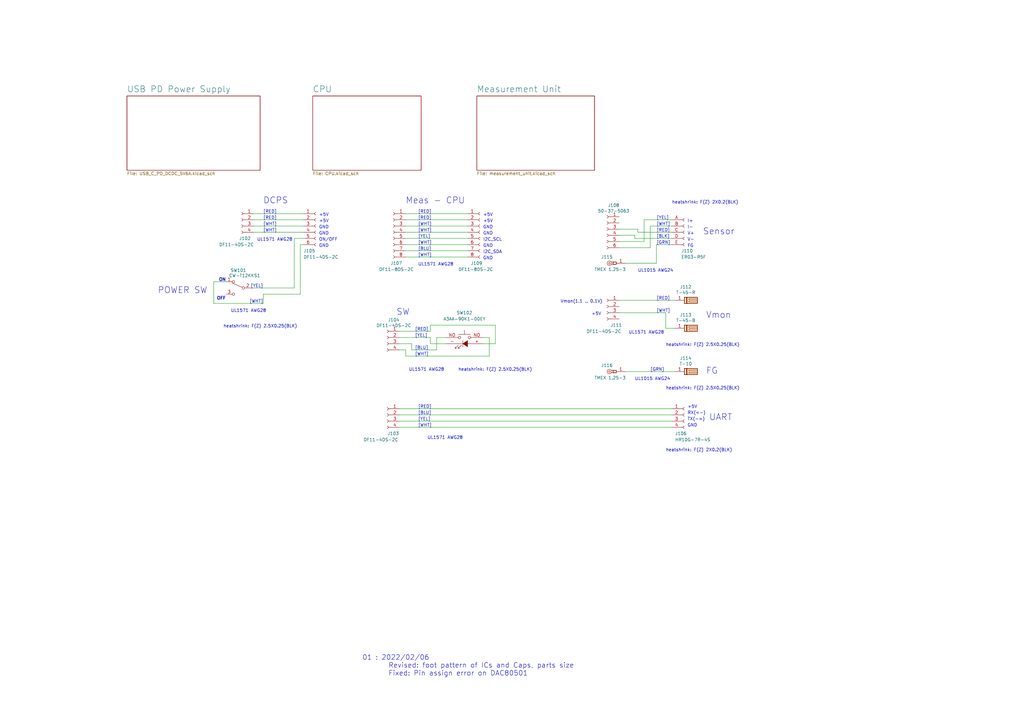
<source format=kicad_sch>
(kicad_sch (version 20211123) (generator eeschema)

  (uuid 2b308faf-96f8-41b1-ab80-13ab202e290a)

  (paper "A3")

  (title_block
    (title "EH-900 L-He level meter")
    (date "2022-04-19")
    (rev "01")
    (company "Eagle Technology, Inc.")
    (comment 1 "Over All")
    (comment 2 "DR20000195")
  )

  (lib_symbols
    (symbol "Connector:Conn_01x04_Female" (pin_names (offset 1.016) hide) (in_bom yes) (on_board yes)
      (property "Reference" "J" (id 0) (at 0 5.08 0)
        (effects (font (size 1.27 1.27)))
      )
      (property "Value" "Conn_01x04_Female" (id 1) (at 0 -7.62 0)
        (effects (font (size 1.27 1.27)))
      )
      (property "Footprint" "" (id 2) (at 0 0 0)
        (effects (font (size 1.27 1.27)) hide)
      )
      (property "Datasheet" "~" (id 3) (at 0 0 0)
        (effects (font (size 1.27 1.27)) hide)
      )
      (property "ki_keywords" "connector" (id 4) (at 0 0 0)
        (effects (font (size 1.27 1.27)) hide)
      )
      (property "ki_description" "Generic connector, single row, 01x04, script generated (kicad-library-utils/schlib/autogen/connector/)" (id 5) (at 0 0 0)
        (effects (font (size 1.27 1.27)) hide)
      )
      (property "ki_fp_filters" "Connector*:*_1x??_*" (id 6) (at 0 0 0)
        (effects (font (size 1.27 1.27)) hide)
      )
      (symbol "Conn_01x04_Female_1_1"
        (arc (start 0 -4.572) (mid -0.508 -5.08) (end 0 -5.588)
          (stroke (width 0.1524) (type default) (color 0 0 0 0))
          (fill (type none))
        )
        (arc (start 0 -2.032) (mid -0.508 -2.54) (end 0 -3.048)
          (stroke (width 0.1524) (type default) (color 0 0 0 0))
          (fill (type none))
        )
        (polyline
          (pts
            (xy -1.27 -5.08)
            (xy -0.508 -5.08)
          )
          (stroke (width 0.1524) (type default) (color 0 0 0 0))
          (fill (type none))
        )
        (polyline
          (pts
            (xy -1.27 -2.54)
            (xy -0.508 -2.54)
          )
          (stroke (width 0.1524) (type default) (color 0 0 0 0))
          (fill (type none))
        )
        (polyline
          (pts
            (xy -1.27 0)
            (xy -0.508 0)
          )
          (stroke (width 0.1524) (type default) (color 0 0 0 0))
          (fill (type none))
        )
        (polyline
          (pts
            (xy -1.27 2.54)
            (xy -0.508 2.54)
          )
          (stroke (width 0.1524) (type default) (color 0 0 0 0))
          (fill (type none))
        )
        (arc (start 0 0.508) (mid -0.508 0) (end 0 -0.508)
          (stroke (width 0.1524) (type default) (color 0 0 0 0))
          (fill (type none))
        )
        (arc (start 0 3.048) (mid -0.508 2.54) (end 0 2.032)
          (stroke (width 0.1524) (type default) (color 0 0 0 0))
          (fill (type none))
        )
        (pin passive line (at -5.08 2.54 0) (length 3.81)
          (name "Pin_1" (effects (font (size 1.27 1.27))))
          (number "1" (effects (font (size 1.27 1.27))))
        )
        (pin passive line (at -5.08 0 0) (length 3.81)
          (name "Pin_2" (effects (font (size 1.27 1.27))))
          (number "2" (effects (font (size 1.27 1.27))))
        )
        (pin passive line (at -5.08 -2.54 0) (length 3.81)
          (name "Pin_3" (effects (font (size 1.27 1.27))))
          (number "3" (effects (font (size 1.27 1.27))))
        )
        (pin passive line (at -5.08 -5.08 0) (length 3.81)
          (name "Pin_4" (effects (font (size 1.27 1.27))))
          (number "4" (effects (font (size 1.27 1.27))))
        )
      )
    )
    (symbol "Connector:Conn_01x06_Female" (pin_names (offset 1.016) hide) (in_bom yes) (on_board yes)
      (property "Reference" "J" (id 0) (at 0 7.62 0)
        (effects (font (size 1.27 1.27)))
      )
      (property "Value" "Conn_01x06_Female" (id 1) (at 0 -10.16 0)
        (effects (font (size 1.27 1.27)))
      )
      (property "Footprint" "" (id 2) (at 0 0 0)
        (effects (font (size 1.27 1.27)) hide)
      )
      (property "Datasheet" "~" (id 3) (at 0 0 0)
        (effects (font (size 1.27 1.27)) hide)
      )
      (property "ki_keywords" "connector" (id 4) (at 0 0 0)
        (effects (font (size 1.27 1.27)) hide)
      )
      (property "ki_description" "Generic connector, single row, 01x06, script generated (kicad-library-utils/schlib/autogen/connector/)" (id 5) (at 0 0 0)
        (effects (font (size 1.27 1.27)) hide)
      )
      (property "ki_fp_filters" "Connector*:*_1x??_*" (id 6) (at 0 0 0)
        (effects (font (size 1.27 1.27)) hide)
      )
      (symbol "Conn_01x06_Female_1_1"
        (arc (start 0 -7.112) (mid -0.508 -7.62) (end 0 -8.128)
          (stroke (width 0.1524) (type default) (color 0 0 0 0))
          (fill (type none))
        )
        (arc (start 0 -4.572) (mid -0.508 -5.08) (end 0 -5.588)
          (stroke (width 0.1524) (type default) (color 0 0 0 0))
          (fill (type none))
        )
        (arc (start 0 -2.032) (mid -0.508 -2.54) (end 0 -3.048)
          (stroke (width 0.1524) (type default) (color 0 0 0 0))
          (fill (type none))
        )
        (polyline
          (pts
            (xy -1.27 -7.62)
            (xy -0.508 -7.62)
          )
          (stroke (width 0.1524) (type default) (color 0 0 0 0))
          (fill (type none))
        )
        (polyline
          (pts
            (xy -1.27 -5.08)
            (xy -0.508 -5.08)
          )
          (stroke (width 0.1524) (type default) (color 0 0 0 0))
          (fill (type none))
        )
        (polyline
          (pts
            (xy -1.27 -2.54)
            (xy -0.508 -2.54)
          )
          (stroke (width 0.1524) (type default) (color 0 0 0 0))
          (fill (type none))
        )
        (polyline
          (pts
            (xy -1.27 0)
            (xy -0.508 0)
          )
          (stroke (width 0.1524) (type default) (color 0 0 0 0))
          (fill (type none))
        )
        (polyline
          (pts
            (xy -1.27 2.54)
            (xy -0.508 2.54)
          )
          (stroke (width 0.1524) (type default) (color 0 0 0 0))
          (fill (type none))
        )
        (polyline
          (pts
            (xy -1.27 5.08)
            (xy -0.508 5.08)
          )
          (stroke (width 0.1524) (type default) (color 0 0 0 0))
          (fill (type none))
        )
        (arc (start 0 0.508) (mid -0.508 0) (end 0 -0.508)
          (stroke (width 0.1524) (type default) (color 0 0 0 0))
          (fill (type none))
        )
        (arc (start 0 3.048) (mid -0.508 2.54) (end 0 2.032)
          (stroke (width 0.1524) (type default) (color 0 0 0 0))
          (fill (type none))
        )
        (arc (start 0 5.588) (mid -0.508 5.08) (end 0 4.572)
          (stroke (width 0.1524) (type default) (color 0 0 0 0))
          (fill (type none))
        )
        (pin passive line (at -5.08 5.08 0) (length 3.81)
          (name "Pin_1" (effects (font (size 1.27 1.27))))
          (number "1" (effects (font (size 1.27 1.27))))
        )
        (pin passive line (at -5.08 2.54 0) (length 3.81)
          (name "Pin_2" (effects (font (size 1.27 1.27))))
          (number "2" (effects (font (size 1.27 1.27))))
        )
        (pin passive line (at -5.08 0 0) (length 3.81)
          (name "Pin_3" (effects (font (size 1.27 1.27))))
          (number "3" (effects (font (size 1.27 1.27))))
        )
        (pin passive line (at -5.08 -2.54 0) (length 3.81)
          (name "Pin_4" (effects (font (size 1.27 1.27))))
          (number "4" (effects (font (size 1.27 1.27))))
        )
        (pin passive line (at -5.08 -5.08 0) (length 3.81)
          (name "Pin_5" (effects (font (size 1.27 1.27))))
          (number "5" (effects (font (size 1.27 1.27))))
        )
        (pin passive line (at -5.08 -7.62 0) (length 3.81)
          (name "Pin_6" (effects (font (size 1.27 1.27))))
          (number "6" (effects (font (size 1.27 1.27))))
        )
      )
    )
    (symbol "Connector:Conn_01x08_Female" (pin_names (offset 1.016) hide) (in_bom yes) (on_board yes)
      (property "Reference" "J" (id 0) (at 0 10.16 0)
        (effects (font (size 1.27 1.27)))
      )
      (property "Value" "Conn_01x08_Female" (id 1) (at 0 -12.7 0)
        (effects (font (size 1.27 1.27)))
      )
      (property "Footprint" "" (id 2) (at 0 0 0)
        (effects (font (size 1.27 1.27)) hide)
      )
      (property "Datasheet" "~" (id 3) (at 0 0 0)
        (effects (font (size 1.27 1.27)) hide)
      )
      (property "ki_keywords" "connector" (id 4) (at 0 0 0)
        (effects (font (size 1.27 1.27)) hide)
      )
      (property "ki_description" "Generic connector, single row, 01x08, script generated (kicad-library-utils/schlib/autogen/connector/)" (id 5) (at 0 0 0)
        (effects (font (size 1.27 1.27)) hide)
      )
      (property "ki_fp_filters" "Connector*:*_1x??_*" (id 6) (at 0 0 0)
        (effects (font (size 1.27 1.27)) hide)
      )
      (symbol "Conn_01x08_Female_1_1"
        (arc (start 0 -9.652) (mid -0.508 -10.16) (end 0 -10.668)
          (stroke (width 0.1524) (type default) (color 0 0 0 0))
          (fill (type none))
        )
        (arc (start 0 -7.112) (mid -0.508 -7.62) (end 0 -8.128)
          (stroke (width 0.1524) (type default) (color 0 0 0 0))
          (fill (type none))
        )
        (arc (start 0 -4.572) (mid -0.508 -5.08) (end 0 -5.588)
          (stroke (width 0.1524) (type default) (color 0 0 0 0))
          (fill (type none))
        )
        (arc (start 0 -2.032) (mid -0.508 -2.54) (end 0 -3.048)
          (stroke (width 0.1524) (type default) (color 0 0 0 0))
          (fill (type none))
        )
        (polyline
          (pts
            (xy -1.27 -10.16)
            (xy -0.508 -10.16)
          )
          (stroke (width 0.1524) (type default) (color 0 0 0 0))
          (fill (type none))
        )
        (polyline
          (pts
            (xy -1.27 -7.62)
            (xy -0.508 -7.62)
          )
          (stroke (width 0.1524) (type default) (color 0 0 0 0))
          (fill (type none))
        )
        (polyline
          (pts
            (xy -1.27 -5.08)
            (xy -0.508 -5.08)
          )
          (stroke (width 0.1524) (type default) (color 0 0 0 0))
          (fill (type none))
        )
        (polyline
          (pts
            (xy -1.27 -2.54)
            (xy -0.508 -2.54)
          )
          (stroke (width 0.1524) (type default) (color 0 0 0 0))
          (fill (type none))
        )
        (polyline
          (pts
            (xy -1.27 0)
            (xy -0.508 0)
          )
          (stroke (width 0.1524) (type default) (color 0 0 0 0))
          (fill (type none))
        )
        (polyline
          (pts
            (xy -1.27 2.54)
            (xy -0.508 2.54)
          )
          (stroke (width 0.1524) (type default) (color 0 0 0 0))
          (fill (type none))
        )
        (polyline
          (pts
            (xy -1.27 5.08)
            (xy -0.508 5.08)
          )
          (stroke (width 0.1524) (type default) (color 0 0 0 0))
          (fill (type none))
        )
        (polyline
          (pts
            (xy -1.27 7.62)
            (xy -0.508 7.62)
          )
          (stroke (width 0.1524) (type default) (color 0 0 0 0))
          (fill (type none))
        )
        (arc (start 0 0.508) (mid -0.508 0) (end 0 -0.508)
          (stroke (width 0.1524) (type default) (color 0 0 0 0))
          (fill (type none))
        )
        (arc (start 0 3.048) (mid -0.508 2.54) (end 0 2.032)
          (stroke (width 0.1524) (type default) (color 0 0 0 0))
          (fill (type none))
        )
        (arc (start 0 5.588) (mid -0.508 5.08) (end 0 4.572)
          (stroke (width 0.1524) (type default) (color 0 0 0 0))
          (fill (type none))
        )
        (arc (start 0 8.128) (mid -0.508 7.62) (end 0 7.112)
          (stroke (width 0.1524) (type default) (color 0 0 0 0))
          (fill (type none))
        )
        (pin passive line (at -5.08 7.62 0) (length 3.81)
          (name "Pin_1" (effects (font (size 1.27 1.27))))
          (number "1" (effects (font (size 1.27 1.27))))
        )
        (pin passive line (at -5.08 5.08 0) (length 3.81)
          (name "Pin_2" (effects (font (size 1.27 1.27))))
          (number "2" (effects (font (size 1.27 1.27))))
        )
        (pin passive line (at -5.08 2.54 0) (length 3.81)
          (name "Pin_3" (effects (font (size 1.27 1.27))))
          (number "3" (effects (font (size 1.27 1.27))))
        )
        (pin passive line (at -5.08 0 0) (length 3.81)
          (name "Pin_4" (effects (font (size 1.27 1.27))))
          (number "4" (effects (font (size 1.27 1.27))))
        )
        (pin passive line (at -5.08 -2.54 0) (length 3.81)
          (name "Pin_5" (effects (font (size 1.27 1.27))))
          (number "5" (effects (font (size 1.27 1.27))))
        )
        (pin passive line (at -5.08 -5.08 0) (length 3.81)
          (name "Pin_6" (effects (font (size 1.27 1.27))))
          (number "6" (effects (font (size 1.27 1.27))))
        )
        (pin passive line (at -5.08 -7.62 0) (length 3.81)
          (name "Pin_7" (effects (font (size 1.27 1.27))))
          (number "7" (effects (font (size 1.27 1.27))))
        )
        (pin passive line (at -5.08 -10.16 0) (length 3.81)
          (name "Pin_8" (effects (font (size 1.27 1.27))))
          (number "8" (effects (font (size 1.27 1.27))))
        )
      )
    )
    (symbol "EH-900-rescue:A3AA-90K1-00EY-EH-900" (pin_names (offset 1.016) hide) (in_bom yes) (on_board yes)
      (property "Reference" "SW" (id 0) (at 0.635 5.715 0)
        (effects (font (size 1.27 1.27)) (justify left))
      )
      (property "Value" "A3AA-90K1-00EY-EH-900" (id 1) (at 0 -3.175 0)
        (effects (font (size 1.27 1.27)))
      )
      (property "Footprint" "" (id 2) (at 0 7.62 0)
        (effects (font (size 1.27 1.27)) hide)
      )
      (property "Datasheet" "" (id 3) (at 0 7.62 0)
        (effects (font (size 1.27 1.27)) hide)
      )
      (symbol "A3AA-90K1-00EY-EH-900_0_0"
        (polyline
          (pts
            (xy -3.81 -1.905)
            (xy -2.54 -0.635)
          )
          (stroke (width 0) (type default) (color 0 0 0 0))
          (fill (type none))
        )
        (polyline
          (pts
            (xy -2.54 -1.905)
            (xy -1.27 -0.635)
          )
          (stroke (width 0) (type default) (color 0 0 0 0))
          (fill (type none))
        )
        (polyline
          (pts
            (xy -2.54 0)
            (xy 2.54 0)
          )
          (stroke (width 0) (type default) (color 0 0 0 0))
          (fill (type none))
        )
        (polyline
          (pts
            (xy -0.635 1.27)
            (xy -0.635 -1.27)
          )
          (stroke (width 0) (type default) (color 0 0 0 0))
          (fill (type none))
        )
        (polyline
          (pts
            (xy -3.81 -1.27)
            (xy -3.81 -1.905)
            (xy -3.175 -1.905)
          )
          (stroke (width 0) (type default) (color 0 0 0 0))
          (fill (type none))
        )
        (polyline
          (pts
            (xy -2.54 -1.27)
            (xy -2.54 -1.905)
            (xy -1.905 -1.905)
          )
          (stroke (width 0) (type default) (color 0 0 0 0))
          (fill (type none))
        )
        (polyline
          (pts
            (xy -0.635 0)
            (xy 1.27 1.27)
            (xy 1.27 -1.27)
            (xy -0.635 0)
          )
          (stroke (width 0) (type default) (color 0 0 0 0))
          (fill (type outline))
        )
      )
      (symbol "A3AA-90K1-00EY-EH-900_0_1"
        (circle (center -2.032 2.54) (radius 0.508)
          (stroke (width 0) (type default) (color 0 0 0 0))
          (fill (type none))
        )
        (polyline
          (pts
            (xy 0 3.81)
            (xy 0 5.588)
          )
          (stroke (width 0) (type default) (color 0 0 0 0))
          (fill (type none))
        )
        (polyline
          (pts
            (xy 2.54 3.81)
            (xy -2.54 3.81)
          )
          (stroke (width 0) (type default) (color 0 0 0 0))
          (fill (type none))
        )
        (circle (center 2.032 2.54) (radius 0.508)
          (stroke (width 0) (type default) (color 0 0 0 0))
          (fill (type none))
        )
        (pin passive line (at 7.62 0 180) (length 5.08)
          (name "A" (effects (font (size 1.27 1.27))))
          (number "+" (effects (font (size 1.27 1.27))))
        )
        (pin passive line (at -7.62 0 0) (length 5.08)
          (name "K" (effects (font (size 1.27 1.27))))
          (number "-" (effects (font (size 1.27 1.27))))
        )
        (pin passive line (at -7.62 2.54 0) (length 5.08)
          (name "1" (effects (font (size 1.27 1.27))))
          (number "NO" (effects (font (size 1.27 1.27))))
        )
        (pin passive line (at 7.62 2.54 180) (length 5.08)
          (name "2" (effects (font (size 1.27 1.27))))
          (number "NO" (effects (font (size 1.27 1.27))))
        )
      )
    )
    (symbol "EH-900-rescue:BindingPost-EH-900" (pin_names (offset 1.016) hide) (in_bom yes) (on_board yes)
      (property "Reference" "J" (id 0) (at 0 2.54 0)
        (effects (font (size 1.27 1.27)))
      )
      (property "Value" "BindingPost-EH-900" (id 1) (at 0 -2.54 0)
        (effects (font (size 1.27 1.27)))
      )
      (property "Footprint" "" (id 2) (at 0 0 0)
        (effects (font (size 1.27 1.27)) hide)
      )
      (property "Datasheet" "" (id 3) (at 0 0 0)
        (effects (font (size 1.27 1.27)) hide)
      )
      (property "ki_fp_filters" "TerminalBlock*:*" (id 4) (at 0 0 0)
        (effects (font (size 1.27 1.27)) hide)
      )
      (symbol "BindingPost-EH-900_0_1"
        (polyline
          (pts
            (xy -0.508 1.27)
            (xy -0.508 -1.27)
          )
          (stroke (width 0) (type default) (color 0 0 0 0))
          (fill (type none))
        )
        (polyline
          (pts
            (xy -0.254 1.27)
            (xy -0.254 -1.27)
          )
          (stroke (width 0) (type default) (color 0 0 0 0))
          (fill (type none))
        )
        (polyline
          (pts
            (xy 0 1.27)
            (xy 0 -1.27)
          )
          (stroke (width 0) (type default) (color 0 0 0 0))
          (fill (type none))
        )
        (polyline
          (pts
            (xy 4.064 -0.762)
            (xy 0.762 -0.762)
          )
          (stroke (width 0) (type default) (color 0 0 0 0))
          (fill (type none))
        )
        (polyline
          (pts
            (xy 4.064 -0.254)
            (xy 0.762 -0.254)
          )
          (stroke (width 0) (type default) (color 0 0 0 0))
          (fill (type none))
        )
        (polyline
          (pts
            (xy 4.064 0.254)
            (xy 0.762 0.254)
          )
          (stroke (width 0) (type default) (color 0 0 0 0))
          (fill (type none))
        )
        (polyline
          (pts
            (xy 4.064 0.762)
            (xy 0.762 0.762)
          )
          (stroke (width 0) (type default) (color 0 0 0 0))
          (fill (type none))
        )
        (arc (start 0.762 -0.254) (mid 0.508 -0.508) (end 0.762 -0.762)
          (stroke (width 0) (type default) (color 0 0 0 0))
          (fill (type none))
        )
        (arc (start 0.762 0.762) (mid 0.508 0.508) (end 0.762 0.254)
          (stroke (width 0) (type default) (color 0 0 0 0))
          (fill (type none))
        )
      )
      (symbol "BindingPost-EH-900_1_1"
        (rectangle (start -1.27 1.27) (end 4.064 -1.27)
          (stroke (width 0.254) (type default) (color 0 0 0 0))
          (fill (type background))
        )
        (pin passive line (at -5.08 0 0) (length 3.81)
          (name "Pin_1" (effects (font (size 1.27 1.27))))
          (number "1" (effects (font (size 1.27 1.27))))
        )
      )
    )
    (symbol "EH-900-rescue:CrimpTerminal_Ring-EH-900" (pin_names (offset 1.016) hide) (in_bom yes) (on_board yes)
      (property "Reference" "J" (id 0) (at 0 2.54 0)
        (effects (font (size 1.27 1.27)))
      )
      (property "Value" "CrimpTerminal_Ring-EH-900" (id 1) (at 0 -2.54 0)
        (effects (font (size 1.27 1.27)))
      )
      (property "Footprint" "" (id 2) (at 0 0 0)
        (effects (font (size 1.27 1.27)) hide)
      )
      (property "Datasheet" "" (id 3) (at 0 0 0)
        (effects (font (size 1.27 1.27)) hide)
      )
      (property "ki_fp_filters" "TerminalBlock*:*" (id 4) (at 0 0 0)
        (effects (font (size 1.27 1.27)) hide)
      )
      (symbol "CrimpTerminal_Ring-EH-900_0_1"
        (polyline
          (pts
            (xy 0 0.508)
            (xy 0.762 0.508)
          )
          (stroke (width 0) (type default) (color 0 0 0 0))
          (fill (type none))
        )
        (polyline
          (pts
            (xy 0.762 -0.508)
            (xy 0 -0.508)
          )
          (stroke (width 0) (type default) (color 0 0 0 0))
          (fill (type none))
        )
        (circle (center 1.524 0) (radius 0.3556)
          (stroke (width 0) (type default) (color 0 0 0 0))
          (fill (type none))
        )
        (circle (center 1.524 0) (radius 0.9144)
          (stroke (width 0) (type default) (color 0 0 0 0))
          (fill (type none))
        )
      )
      (symbol "CrimpTerminal_Ring-EH-900_1_1"
        (rectangle (start -1.27 0.508) (end 0 -0.508)
          (stroke (width 0.254) (type default) (color 0 0 0 0))
          (fill (type background))
        )
        (pin passive line (at -5.08 0 0) (length 3.81)
          (name "Pin_1" (effects (font (size 1.27 1.27))))
          (number "1" (effects (font (size 1.27 1.27))))
        )
      )
    )
    (symbol "EH-900-rescue:ER03-R5F-EH-900" (pin_names (offset 1.016) hide) (in_bom yes) (on_board yes)
      (property "Reference" "J" (id 0) (at 0 7.62 0)
        (effects (font (size 1.27 1.27)))
      )
      (property "Value" "ER03-R5F-EH-900" (id 1) (at 0 -10.16 0)
        (effects (font (size 1.27 1.27)))
      )
      (property "Footprint" "" (id 2) (at 0 0 0)
        (effects (font (size 1.27 1.27)) hide)
      )
      (property "Datasheet" "" (id 3) (at 0 0 0)
        (effects (font (size 1.27 1.27)) hide)
      )
      (property "ki_fp_filters" "Connector*:*_1x??_*" (id 4) (at 0 0 0)
        (effects (font (size 1.27 1.27)) hide)
      )
      (symbol "ER03-R5F-EH-900_1_1"
        (arc (start 0 -4.572) (mid -0.508 -5.08) (end 0 -5.588)
          (stroke (width 0.1524) (type default) (color 0 0 0 0))
          (fill (type none))
        )
        (arc (start 0 -2.032) (mid -0.508 -2.54) (end 0 -3.048)
          (stroke (width 0.1524) (type default) (color 0 0 0 0))
          (fill (type none))
        )
        (polyline
          (pts
            (xy -1.27 -5.08)
            (xy -0.508 -5.08)
          )
          (stroke (width 0.1524) (type default) (color 0 0 0 0))
          (fill (type none))
        )
        (polyline
          (pts
            (xy -1.27 -2.54)
            (xy -0.508 -2.54)
          )
          (stroke (width 0.1524) (type default) (color 0 0 0 0))
          (fill (type none))
        )
        (polyline
          (pts
            (xy -1.27 0)
            (xy -0.508 0)
          )
          (stroke (width 0.1524) (type default) (color 0 0 0 0))
          (fill (type none))
        )
        (polyline
          (pts
            (xy -1.27 2.54)
            (xy -0.508 2.54)
          )
          (stroke (width 0.1524) (type default) (color 0 0 0 0))
          (fill (type none))
        )
        (polyline
          (pts
            (xy -1.27 5.08)
            (xy -0.508 5.08)
          )
          (stroke (width 0.1524) (type default) (color 0 0 0 0))
          (fill (type none))
        )
        (arc (start 0 0.508) (mid -0.508 0) (end 0 -0.508)
          (stroke (width 0.1524) (type default) (color 0 0 0 0))
          (fill (type none))
        )
        (arc (start 0 3.048) (mid -0.508 2.54) (end 0 2.032)
          (stroke (width 0.1524) (type default) (color 0 0 0 0))
          (fill (type none))
        )
        (arc (start 0 5.588) (mid -0.508 5.08) (end 0 4.572)
          (stroke (width 0.1524) (type default) (color 0 0 0 0))
          (fill (type none))
        )
        (pin passive line (at -5.08 5.08 0) (length 3.81)
          (name "Pin_1" (effects (font (size 1.27 1.27))))
          (number "A" (effects (font (size 1.27 1.27))))
        )
        (pin passive line (at -5.08 2.54 0) (length 3.81)
          (name "Pin_2" (effects (font (size 1.27 1.27))))
          (number "B" (effects (font (size 1.27 1.27))))
        )
        (pin passive line (at -5.08 0 0) (length 3.81)
          (name "Pin_3" (effects (font (size 1.27 1.27))))
          (number "C" (effects (font (size 1.27 1.27))))
        )
        (pin passive line (at -5.08 -2.54 0) (length 3.81)
          (name "Pin_4" (effects (font (size 1.27 1.27))))
          (number "D" (effects (font (size 1.27 1.27))))
        )
        (pin passive line (at -5.08 -5.08 0) (length 3.81)
          (name "Pin_5" (effects (font (size 1.27 1.27))))
          (number "E" (effects (font (size 1.27 1.27))))
        )
      )
    )
    (symbol "EH-900-rescue:SW_DPDT-EH-900" (pin_names (offset 0) hide) (in_bom yes) (on_board yes)
      (property "Reference" "SW" (id 0) (at 0 8.89 0)
        (effects (font (size 1.27 1.27)))
      )
      (property "Value" "SW_DPDT-EH-900" (id 1) (at 0.254 -0.508 0)
        (effects (font (size 1.27 1.27)))
      )
      (property "Footprint" "" (id 2) (at 0 5.08 0)
        (effects (font (size 1.27 1.27)) hide)
      )
      (property "Datasheet" "" (id 3) (at 0 5.08 0)
        (effects (font (size 1.27 1.27)) hide)
      )
      (symbol "SW_DPDT-EH-900_0_0"
        (circle (center -2.032 5.08) (radius 0.508)
          (stroke (width 0) (type default) (color 0 0 0 0))
          (fill (type none))
        )
        (circle (center 2.032 2.54) (radius 0.508)
          (stroke (width 0) (type default) (color 0 0 0 0))
          (fill (type none))
        )
      )
      (symbol "SW_DPDT-EH-900_0_1"
        (polyline
          (pts
            (xy -1.524 5.334)
            (xy 2.54 7.112)
          )
          (stroke (width 0) (type default) (color 0 0 0 0))
          (fill (type none))
        )
        (circle (center 2.032 7.62) (radius 0.508)
          (stroke (width 0) (type default) (color 0 0 0 0))
          (fill (type none))
        )
      )
      (symbol "SW_DPDT-EH-900_1_1"
        (pin passive line (at 5.08 7.62 180) (length 2.54)
          (name "A" (effects (font (size 1.27 1.27))))
          (number "1" (effects (font (size 1.27 1.27))))
        )
        (pin passive line (at -5.08 5.08 0) (length 2.54)
          (name "B" (effects (font (size 1.27 1.27))))
          (number "2" (effects (font (size 1.27 1.27))))
        )
        (pin passive line (at 5.08 2.54 180) (length 2.54)
          (name "C" (effects (font (size 1.27 1.27))))
          (number "3" (effects (font (size 1.27 1.27))))
        )
      )
    )
  )


  (wire (pts (xy 179.07 138.43) (xy 179.07 143.51))
    (stroke (width 0) (type default) (color 0 0 0 0))
    (uuid 0381cffe-5741-4440-9987-7162b9047688)
  )
  (wire (pts (xy 191.77 97.79) (xy 166.37 97.79))
    (stroke (width 0) (type default) (color 0 0 0 0))
    (uuid 04da500f-5c6a-40bf-93ed-f4c36d89c040)
  )
  (wire (pts (xy 87.63 115.57) (xy 87.63 124.46))
    (stroke (width 0) (type default) (color 0 0 0 0))
    (uuid 07a0ea45-953b-4a7a-9082-bd17b2207aac)
  )
  (wire (pts (xy 260.35 96.52) (xy 254 96.52))
    (stroke (width 0) (type default) (color 0 0 0 0))
    (uuid 0905149e-fc72-49b3-8fdd-b6a5e09acad4)
  )
  (wire (pts (xy 182.88 138.43) (xy 179.07 138.43))
    (stroke (width 0) (type default) (color 0 0 0 0))
    (uuid 0e43254e-fc5f-4c54-b045-9f432557df9c)
  )
  (wire (pts (xy 163.83 167.64) (xy 275.59 167.64))
    (stroke (width 0) (type default) (color 0 0 0 0))
    (uuid 1b972f05-2ebc-450b-bfda-fc91c84ad04e)
  )
  (wire (pts (xy 182.88 140.97) (xy 176.53 140.97))
    (stroke (width 0) (type default) (color 0 0 0 0))
    (uuid 1c07e1b1-0fda-4ad8-8b1a-f24d40a4bfea)
  )
  (wire (pts (xy 261.62 93.98) (xy 254 93.98))
    (stroke (width 0) (type default) (color 0 0 0 0))
    (uuid 1c572132-9718-4680-8dcd-1c61c00617a9)
  )
  (wire (pts (xy 275.59 175.26) (xy 163.83 175.26))
    (stroke (width 0) (type default) (color 0 0 0 0))
    (uuid 1c98d462-1c09-4c37-8625-3294e1395b31)
  )
  (wire (pts (xy 92.71 115.57) (xy 87.63 115.57))
    (stroke (width 0) (type default) (color 0 0 0 0))
    (uuid 1f703e22-36c3-4b1e-8691-d418968b9c9f)
  )
  (wire (pts (xy 276.86 152.4) (xy 256.54 152.4))
    (stroke (width 0) (type default) (color 0 0 0 0))
    (uuid 26c94e40-367d-428d-ad47-699f33d89184)
  )
  (wire (pts (xy 176.53 138.43) (xy 163.83 138.43))
    (stroke (width 0) (type default) (color 0 0 0 0))
    (uuid 2cbcc0ee-e5b3-438e-bcc6-3dab17007bbd)
  )
  (wire (pts (xy 163.83 172.72) (xy 275.59 172.72))
    (stroke (width 0) (type default) (color 0 0 0 0))
    (uuid 2dd3d457-91b6-47fe-80bc-970145d845a7)
  )
  (wire (pts (xy 198.12 140.97) (xy 203.2 140.97))
    (stroke (width 0) (type default) (color 0 0 0 0))
    (uuid 33ea2657-5a20-465e-8dd8-150d556e1217)
  )
  (wire (pts (xy 166.37 105.41) (xy 191.77 105.41))
    (stroke (width 0) (type default) (color 0 0 0 0))
    (uuid 35a0dd58-3977-4ba3-a9f7-94b28e487a3d)
  )
  (wire (pts (xy 275.59 100.33) (xy 269.24 100.33))
    (stroke (width 0) (type default) (color 0 0 0 0))
    (uuid 3675277d-b08e-4fc4-82d6-3a0857fafaac)
  )
  (wire (pts (xy 107.95 124.46) (xy 107.95 120.65))
    (stroke (width 0) (type default) (color 0 0 0 0))
    (uuid 3a1d517e-7c31-4b71-8d70-7782118e5455)
  )
  (wire (pts (xy 166.37 90.17) (xy 191.77 90.17))
    (stroke (width 0) (type default) (color 0 0 0 0))
    (uuid 3b339e13-e8b2-4bc9-953f-deee52ebb4f7)
  )
  (wire (pts (xy 198.12 138.43) (xy 200.66 138.43))
    (stroke (width 0) (type default) (color 0 0 0 0))
    (uuid 3bd2492d-30cc-4d38-8299-c2fb83b4d2ee)
  )
  (wire (pts (xy 168.91 140.97) (xy 163.83 140.97))
    (stroke (width 0) (type default) (color 0 0 0 0))
    (uuid 42ee944a-658c-4128-9bc7-4012b8b3a938)
  )
  (wire (pts (xy 120.65 97.79) (xy 120.65 118.11))
    (stroke (width 0) (type default) (color 0 0 0 0))
    (uuid 448b2c96-76ae-439c-bd69-72c852472999)
  )
  (wire (pts (xy 166.37 146.05) (xy 166.37 143.51))
    (stroke (width 0) (type default) (color 0 0 0 0))
    (uuid 47e990db-d52f-4418-9a4a-a5733e95f041)
  )
  (wire (pts (xy 104.14 92.71) (xy 124.46 92.71))
    (stroke (width 0) (type default) (color 0 0 0 0))
    (uuid 4b0db883-69fe-406f-8f28-82fed1964a3d)
  )
  (wire (pts (xy 275.59 92.71) (xy 266.7 92.71))
    (stroke (width 0) (type default) (color 0 0 0 0))
    (uuid 4b1d675f-0a68-4f7c-b753-739f77df333a)
  )
  (wire (pts (xy 179.07 143.51) (xy 168.91 143.51))
    (stroke (width 0) (type default) (color 0 0 0 0))
    (uuid 4bc96e04-73bb-47dd-8ab0-c00aa16d0039)
  )
  (wire (pts (xy 102.87 118.11) (xy 120.65 118.11))
    (stroke (width 0) (type default) (color 0 0 0 0))
    (uuid 517bbd65-d8e2-4973-86ab-8026bd1feed1)
  )
  (wire (pts (xy 203.2 133.35) (xy 176.53 133.35))
    (stroke (width 0) (type default) (color 0 0 0 0))
    (uuid 5330ce94-7988-4278-86d1-c0fb5cf6c3c6)
  )
  (wire (pts (xy 200.66 138.43) (xy 200.66 146.05))
    (stroke (width 0) (type default) (color 0 0 0 0))
    (uuid 53ce867b-a925-4d7a-9db0-6fc8f64207cc)
  )
  (wire (pts (xy 260.35 97.79) (xy 260.35 96.52))
    (stroke (width 0) (type default) (color 0 0 0 0))
    (uuid 589688ce-a21b-432c-a698-3f3a93f64bb7)
  )
  (wire (pts (xy 264.16 90.17) (xy 264.16 99.06))
    (stroke (width 0) (type default) (color 0 0 0 0))
    (uuid 66eae2f4-7318-44c8-9850-b567ebb45f70)
  )
  (wire (pts (xy 264.16 99.06) (xy 254 99.06))
    (stroke (width 0) (type default) (color 0 0 0 0))
    (uuid 6b52603c-6b30-41f7-bc3b-e8fd3d54658d)
  )
  (wire (pts (xy 191.77 87.63) (xy 166.37 87.63))
    (stroke (width 0) (type default) (color 0 0 0 0))
    (uuid 6f6a8e84-057f-4e72-a86b-aa07b224d353)
  )
  (wire (pts (xy 176.53 135.89) (xy 163.83 135.89))
    (stroke (width 0) (type default) (color 0 0 0 0))
    (uuid 71090d01-cc48-419b-9065-aa163ff718f8)
  )
  (wire (pts (xy 107.95 120.65) (xy 123.19 120.65))
    (stroke (width 0) (type default) (color 0 0 0 0))
    (uuid 73159988-7b0d-4164-b37c-31d3fe58b13b)
  )
  (wire (pts (xy 266.7 92.71) (xy 266.7 101.6))
    (stroke (width 0) (type default) (color 0 0 0 0))
    (uuid 78a9ec04-d33b-4d39-ab93-b00d872cdc23)
  )
  (wire (pts (xy 273.05 134.62) (xy 273.05 128.27))
    (stroke (width 0) (type default) (color 0 0 0 0))
    (uuid 7bf182a9-29c0-4c99-b6b4-8ea2a9f3bc72)
  )
  (wire (pts (xy 275.59 90.17) (xy 264.16 90.17))
    (stroke (width 0) (type default) (color 0 0 0 0))
    (uuid 7cbd1f77-abf8-4e57-8dff-a494e98f7046)
  )
  (wire (pts (xy 203.2 140.97) (xy 203.2 133.35))
    (stroke (width 0) (type default) (color 0 0 0 0))
    (uuid 81ac7510-f190-4870-a788-8f9c811ced09)
  )
  (wire (pts (xy 261.62 95.25) (xy 261.62 93.98))
    (stroke (width 0) (type default) (color 0 0 0 0))
    (uuid 87cace91-6efb-45f0-be4f-7eb3ee9050de)
  )
  (wire (pts (xy 104.14 87.63) (xy 124.46 87.63))
    (stroke (width 0) (type default) (color 0 0 0 0))
    (uuid 92a07bc3-449e-4687-b83c-5692221a280a)
  )
  (wire (pts (xy 276.86 123.19) (xy 254 123.19))
    (stroke (width 0) (type default) (color 0 0 0 0))
    (uuid 95b47584-2862-4df4-a730-8b3976b3e83d)
  )
  (wire (pts (xy 191.77 92.71) (xy 166.37 92.71))
    (stroke (width 0) (type default) (color 0 0 0 0))
    (uuid 960235cf-0f84-468a-b470-6ed0d6e00bdc)
  )
  (wire (pts (xy 87.63 124.46) (xy 107.95 124.46))
    (stroke (width 0) (type default) (color 0 0 0 0))
    (uuid 9d01aa6f-f4f5-4c3e-a8ee-f191102bb571)
  )
  (wire (pts (xy 123.19 100.33) (xy 123.19 120.65))
    (stroke (width 0) (type default) (color 0 0 0 0))
    (uuid a1010be6-c481-4f2e-8dbe-6264955c82f0)
  )
  (wire (pts (xy 275.59 95.25) (xy 261.62 95.25))
    (stroke (width 0) (type default) (color 0 0 0 0))
    (uuid a6362f11-0c3d-43cf-93f7-ca6801be8a6e)
  )
  (wire (pts (xy 124.46 97.79) (xy 120.65 97.79))
    (stroke (width 0) (type default) (color 0 0 0 0))
    (uuid ad6ef5eb-15f4-48e1-b665-0935c2c4a0fd)
  )
  (wire (pts (xy 166.37 143.51) (xy 163.83 143.51))
    (stroke (width 0) (type default) (color 0 0 0 0))
    (uuid adef5ac1-37c2-4ab9-b3f3-fa8ae6afd90d)
  )
  (wire (pts (xy 166.37 100.33) (xy 191.77 100.33))
    (stroke (width 0) (type default) (color 0 0 0 0))
    (uuid b10a9e14-27ff-45d3-8092-56bec0ea717b)
  )
  (wire (pts (xy 269.24 107.95) (xy 256.54 107.95))
    (stroke (width 0) (type default) (color 0 0 0 0))
    (uuid c1f38216-2149-4d6a-8373-e14ce53044c2)
  )
  (wire (pts (xy 273.05 128.27) (xy 254 128.27))
    (stroke (width 0) (type default) (color 0 0 0 0))
    (uuid c3951dc1-8c91-4e06-a044-a361682fc67a)
  )
  (wire (pts (xy 168.91 143.51) (xy 168.91 140.97))
    (stroke (width 0) (type default) (color 0 0 0 0))
    (uuid c6c567d5-ddae-4e49-b8c6-d9dbcf186437)
  )
  (wire (pts (xy 124.46 90.17) (xy 104.14 90.17))
    (stroke (width 0) (type default) (color 0 0 0 0))
    (uuid d0c43e73-2b8b-4b79-9262-9f26a3e09bf8)
  )
  (wire (pts (xy 269.24 100.33) (xy 269.24 107.95))
    (stroke (width 0) (type default) (color 0 0 0 0))
    (uuid d47fab40-6e6c-43b9-8301-d93d2e0c3ef6)
  )
  (wire (pts (xy 191.77 102.87) (xy 166.37 102.87))
    (stroke (width 0) (type default) (color 0 0 0 0))
    (uuid db3ce1d7-b5f9-464f-bc6e-1463cf16d67c)
  )
  (wire (pts (xy 275.59 97.79) (xy 260.35 97.79))
    (stroke (width 0) (type default) (color 0 0 0 0))
    (uuid dc574343-dae6-45f6-ba9f-1b138e2f31fd)
  )
  (wire (pts (xy 275.59 170.18) (xy 163.83 170.18))
    (stroke (width 0) (type default) (color 0 0 0 0))
    (uuid df408b70-f945-45bb-9387-1ff6252b4559)
  )
  (wire (pts (xy 276.86 134.62) (xy 273.05 134.62))
    (stroke (width 0) (type default) (color 0 0 0 0))
    (uuid e1038e55-9996-495b-b013-9dfe74fa3e20)
  )
  (wire (pts (xy 166.37 95.25) (xy 191.77 95.25))
    (stroke (width 0) (type default) (color 0 0 0 0))
    (uuid e55abf11-51e0-40d4-b32a-400c9dd7fe10)
  )
  (wire (pts (xy 200.66 146.05) (xy 166.37 146.05))
    (stroke (width 0) (type default) (color 0 0 0 0))
    (uuid f031ca8d-34a1-4f2e-8ce4-46c9c9189de5)
  )
  (wire (pts (xy 176.53 140.97) (xy 176.53 138.43))
    (stroke (width 0) (type default) (color 0 0 0 0))
    (uuid f06e8b05-7299-445a-80cf-b7e1718b8af3)
  )
  (wire (pts (xy 124.46 100.33) (xy 123.19 100.33))
    (stroke (width 0) (type default) (color 0 0 0 0))
    (uuid f870a814-fa8a-4414-b01b-df3e9592efe2)
  )
  (wire (pts (xy 266.7 101.6) (xy 254 101.6))
    (stroke (width 0) (type default) (color 0 0 0 0))
    (uuid f8769c16-b5ff-4471-8670-6dac8bbc5839)
  )
  (wire (pts (xy 176.53 133.35) (xy 176.53 135.89))
    (stroke (width 0) (type default) (color 0 0 0 0))
    (uuid fc2989a0-8ea3-4b1c-b2fb-fdc1966e4e28)
  )
  (wire (pts (xy 124.46 95.25) (xy 104.14 95.25))
    (stroke (width 0) (type default) (color 0 0 0 0))
    (uuid fd454c36-18bc-409b-b6e3-cae2196cd3ec)
  )

  (text "heatshrink: F(Z) 2.5X0.25(BLK)" (at 273.05 160.02 0)
    (effects (font (size 1.27 1.27)) (justify left bottom))
    (uuid 0378876e-76d4-4854-876b-5c16096f22b9)
  )
  (text "heatshrink: F(Z) 2X0.2(BLK)" (at 273.05 185.42 0)
    (effects (font (size 1.27 1.27)) (justify left bottom))
    (uuid 047b24cf-375a-4881-aa54-6c19ea66b4c0)
  )
  (text "UL1571 AWG28" (at 167.64 152.4 0)
    (effects (font (size 1.27 1.27)) (justify left bottom))
    (uuid 05280411-5a94-407d-8f1d-d20b584a4b34)
  )
  (text "[WHT]" (at 171.45 92.71 0)
    (effects (font (size 1.27 1.27)) (justify left bottom))
    (uuid 08677bd9-80bb-4179-b868-7cc11b40d965)
  )
  (text "GND" (at 130.81 93.98 0)
    (effects (font (size 1.27 1.27)) (justify left bottom))
    (uuid 0ebcf9b3-e021-48db-95bf-dafeed1fd7ab)
  )
  (text "UL1571 AWG28" (at 109.22 128.27 180)
    (effects (font (size 1.27 1.27)) (justify right bottom))
    (uuid 14602213-fb8b-4aa9-9e1e-c2747be5ca8c)
  )
  (text "[RED]" (at 170.18 135.89 0)
    (effects (font (size 1.27 1.27)) (justify left bottom))
    (uuid 149d7107-f1b6-481e-a3da-c28d72ca7136)
  )
  (text "[YEL]" (at 171.45 97.79 0)
    (effects (font (size 1.27 1.27)) (justify left bottom))
    (uuid 16e23f0b-4259-4b78-81ff-1e193b47f951)
  )
  (text "I-" (at 281.94 93.98 0)
    (effects (font (size 1.27 1.27)) (justify left bottom))
    (uuid 19caa7fd-c971-49b9-ba5b-e0bbdd0e392e)
  )
  (text "[BLU]" (at 171.45 170.18 0)
    (effects (font (size 1.27 1.27)) (justify left bottom))
    (uuid 1a376558-be6f-4ad5-a8c5-60793ba22214)
  )
  (text "I+" (at 281.94 91.44 0)
    (effects (font (size 1.27 1.27)) (justify left bottom))
    (uuid 1d84813d-cd97-4ed4-a3d5-4f057eb38d09)
  )
  (text "+5V" (at 281.94 167.64 0)
    (effects (font (size 1.27 1.27)) (justify left bottom))
    (uuid 23ddce22-226b-40e1-9352-0c327da52f1d)
  )
  (text "[RED]" (at 171.45 90.17 0)
    (effects (font (size 1.27 1.27)) (justify left bottom))
    (uuid 272ad26f-507c-4c92-8937-f16b4cb04e6a)
  )
  (text "+5V" (at 198.12 91.44 0)
    (effects (font (size 1.27 1.27)) (justify left bottom))
    (uuid 2b5f7012-95cb-4167-b392-aff0098766c6)
  )
  (text "[RED]" (at 171.45 87.63 0)
    (effects (font (size 1.27 1.27)) (justify left bottom))
    (uuid 2bb8b424-1997-41f2-beda-a9184d82d7b5)
  )
  (text "UL1571 AWG28" (at 171.45 109.22 0)
    (effects (font (size 1.27 1.27)) (justify left bottom))
    (uuid 2d2d3665-e519-48b1-9bb4-a19e1a11ca26)
  )
  (text "UL1571 AWG28" (at 175.26 180.34 0)
    (effects (font (size 1.27 1.27)) (justify left bottom))
    (uuid 2e469ad9-c407-443d-b70e-3d6882d19381)
  )
  (text "+5V" (at 242.57 129.54 0)
    (effects (font (size 1.27 1.27)) (justify left bottom))
    (uuid 3a3ea2ed-29f8-41b9-8343-af5d5e8b13fb)
  )
  (text "[YEL]" (at 171.45 172.72 0)
    (effects (font (size 1.27 1.27)) (justify left bottom))
    (uuid 40a2fa2f-00ac-4368-9b2f-b49ad267fb58)
  )
  (text "ON/OFF\n" (at 130.81 99.06 0)
    (effects (font (size 1.27 1.27)) (justify left bottom))
    (uuid 4d91c607-32ef-4883-8e52-2c5c079ddb2f)
  )
  (text "+5V" (at 130.81 91.44 0)
    (effects (font (size 1.27 1.27)) (justify left bottom))
    (uuid 4f735f44-4df4-4da6-87d0-94d6bd984d97)
  )
  (text "[YEL]" (at 170.18 138.43 0)
    (effects (font (size 1.27 1.27)) (justify left bottom))
    (uuid 524d2442-6208-48a1-b39d-28ca3d93c503)
  )
  (text "[WHT]" (at 171.45 175.26 0)
    (effects (font (size 1.27 1.27)) (justify left bottom))
    (uuid 5889c1d5-66ee-4bab-9f79-b8e624daa1d5)
  )
  (text "GND" (at 130.81 101.6 0)
    (effects (font (size 1.27 1.27)) (justify left bottom))
    (uuid 593d2a37-005a-4ea7-95a0-6769450093f6)
  )
  (text "UL1571 AWG28" (at 105.41 99.06 0)
    (effects (font (size 1.27 1.27)) (justify left bottom))
    (uuid 5c5e4f8b-916e-46a6-b993-c4ae01922bcd)
  )
  (text "[GRN]" (at 269.24 100.33 0)
    (effects (font (size 1.27 1.27)) (justify left bottom))
    (uuid 615813fc-84e6-4889-8bd2-724bfc9f7756)
  )
  (text "GND" (at 130.81 96.52 0)
    (effects (font (size 1.27 1.27)) (justify left bottom))
    (uuid 662b54b6-283b-412d-82d2-087927f6c8b8)
  )
  (text "+5V" (at 198.12 88.9 0)
    (effects (font (size 1.27 1.27)) (justify left bottom))
    (uuid 6b1d79ec-b634-4c5d-872a-a38691dbf815)
  )
  (text "heatshrink: F(Z) 2.5X0.25(BLK)" (at 187.96 152.4 0)
    (effects (font (size 1.27 1.27)) (justify left bottom))
    (uuid 6b766dca-5feb-4a4d-a871-3f893d3116c8)
  )
  (text "heatshrink: F(Z) 2.5X0.25(BLK)" (at 273.05 142.24 0)
    (effects (font (size 1.27 1.27)) (justify left bottom))
    (uuid 6d533fc3-c976-485c-9bd5-2fdf64e00489)
  )
  (text "Vmon" (at 289.56 130.81 0)
    (effects (font (size 2.54 2.54)) (justify left bottom))
    (uuid 70136c75-64da-4729-8316-37d52c5f2bb4)
  )
  (text "SW" (at 162.56 129.54 0)
    (effects (font (size 2.54 2.54)) (justify left bottom))
    (uuid 71208fb8-01c4-4b77-a53f-6c9123a341e4)
  )
  (text "UART" (at 290.83 172.72 0)
    (effects (font (size 2.54 2.54)) (justify left bottom))
    (uuid 74426dd8-4480-4836-ba5b-9e8cc1bdcf89)
  )
  (text "[WHT]" (at 107.95 92.71 0)
    (effects (font (size 1.27 1.27)) (justify left bottom))
    (uuid 7703d8db-768a-48ce-a74e-294d7de3c1c8)
  )
  (text "ON\n" (at 92.71 115.57 180)
    (effects (font (size 1.27 1.27) (thickness 0.254) bold) (justify right bottom))
    (uuid 771d4aea-d5f6-4d2b-b9c0-2a3274fbe7c6)
  )
  (text "Vmon(1.1 .. 0.1V)" (at 229.87 124.46 0)
    (effects (font (size 1.27 1.27)) (justify left bottom))
    (uuid 7975a637-1a80-44a1-aff3-fa4283422786)
  )
  (text "[WHT]" (at 170.18 146.05 0)
    (effects (font (size 1.27 1.27)) (justify left bottom))
    (uuid 79b8f95b-2b6a-436d-8d6d-76ec014ac25b)
  )
  (text "[RED]" (at 107.95 87.63 0)
    (effects (font (size 1.27 1.27)) (justify left bottom))
    (uuid 7c0de4de-1f9c-423d-894f-65ab7c035a08)
  )
  (text "heatshrink: F(Z) 2X0.2(BLK)" (at 275.59 83.82 0)
    (effects (font (size 1.27 1.27)) (justify left bottom))
    (uuid 7cd3a36e-1667-4605-a5ba-ab3fb533c67d)
  )
  (text "GND" (at 198.12 96.52 0)
    (effects (font (size 1.27 1.27)) (justify left bottom))
    (uuid 7d252ec6-1dbc-4db3-b8ff-4a9fc4e797d0)
  )
  (text "[RED]" (at 269.24 95.25 0)
    (effects (font (size 1.27 1.27)) (justify left bottom))
    (uuid 7daee320-91fb-402b-84c7-61a7c858c9b5)
  )
  (text "[GRN]" (at 266.7 152.4 0)
    (effects (font (size 1.27 1.27)) (justify left bottom))
    (uuid 8413795e-6802-49a1-8875-63b3c5a87ade)
  )
  (text "[WHT]" (at 269.24 128.27 0)
    (effects (font (size 1.27 1.27)) (justify left bottom))
    (uuid 8af4993d-f0a4-4d2c-8adb-f128a826ebed)
  )
  (text "GND" (at 198.12 101.6 0)
    (effects (font (size 1.27 1.27)) (justify left bottom))
    (uuid 8d0dd67d-b568-4fd1-abfa-ebe82d63efbc)
  )
  (text "[BLK]" (at 269.24 97.79 0)
    (effects (font (size 1.27 1.27)) (justify left bottom))
    (uuid 8e94c1ab-e720-4213-9ef4-374539a75ab8)
  )
  (text "DCPS" (at 107.95 83.82 0)
    (effects (font (size 2.54 2.54)) (justify left bottom))
    (uuid 8f01ff09-d339-446f-b451-4e9fd185c470)
  )
  (text "UL1571 AWG28" (at 257.81 137.16 0)
    (effects (font (size 1.27 1.27)) (justify left bottom))
    (uuid 8fec6f09-3189-455c-a35b-8ade9005efd1)
  )
  (text "FG" (at 281.94 101.6 0)
    (effects (font (size 1.27 1.27)) (justify left bottom))
    (uuid 9477ce0f-9d65-43a1-9a49-6d817171594e)
  )
  (text "GND" (at 198.12 106.68 0)
    (effects (font (size 1.27 1.27)) (justify left bottom))
    (uuid 9a506dec-67e1-4aa0-a40f-a9a0bd0cfdc1)
  )
  (text "POWER SW" (at 85.09 120.65 180)
    (effects (font (size 2.54 2.54)) (justify right bottom))
    (uuid 9a9aad04-a69f-4f9b-ab84-626fac798064)
  )
  (text "RX(<-)\n" (at 281.94 170.18 0)
    (effects (font (size 1.27 1.27)) (justify left bottom))
    (uuid 9b972377-c0bc-4537-aeab-783cdbe76902)
  )
  (text "[WHT]" (at 269.24 92.71 0)
    (effects (font (size 1.27 1.27)) (justify left bottom))
    (uuid 9ef63423-5df6-4e93-83e3-df78c04062a3)
  )
  (text "V+" (at 281.94 96.52 0)
    (effects (font (size 1.27 1.27)) (justify left bottom))
    (uuid a626eb4e-6c8a-4544-accb-a198e57d4a49)
  )
  (text "I2C_SDA\n" (at 198.12 104.14 0)
    (effects (font (size 1.27 1.27)) (justify left bottom))
    (uuid a708ba67-10eb-4d58-805a-e647745b5808)
  )
  (text "[BLU]" (at 170.18 143.51 0)
    (effects (font (size 1.27 1.27)) (justify left bottom))
    (uuid a73b623e-dbba-4ec5-a1d9-190ac7e34c1f)
  )
  (text "GND " (at 198.12 93.98 0)
    (effects (font (size 1.27 1.27)) (justify left bottom))
    (uuid a7483d17-dae1-4dd1-9e5f-667cda83b0bc)
  )
  (text "[YEL]" (at 269.24 90.17 0)
    (effects (font (size 1.27 1.27)) (justify left bottom))
    (uuid afc66cd9-427f-4161-974e-238c85d1197c)
  )
  (text "FG\n" (at 289.56 153.67 0)
    (effects (font (size 2.54 2.54)) (justify left bottom))
    (uuid b0f4c997-df4f-4f70-8b8c-6a4daa335ebc)
  )
  (text "[WHT]" (at 171.45 100.33 0)
    (effects (font (size 1.27 1.27)) (justify left bottom))
    (uuid b29f3171-60bf-43e9-8e97-dc3ccfcb1484)
  )
  (text "[BLU]" (at 171.45 102.87 0)
    (effects (font (size 1.27 1.27)) (justify left bottom))
    (uuid b2c09976-8370-487b-8f03-a112d8e78922)
  )
  (text "01 : 2022/02/06\n       Revised: foot pattern of ICs and Caps, parts size \n       Fixed: Pin assign error on DAC80501\n\n"
    (at 148.59 280.67 0)
    (effects (font (size 2.0066 2.0066)) (justify left bottom))
    (uuid b4cc60a6-4536-4622-9081-2477d5b1961e)
  )
  (text "UL1015 AWG24" (at 260.35 156.21 0)
    (effects (font (size 1.27 1.27)) (justify left bottom))
    (uuid ba069240-5047-4c90-9577-717347cbfbda)
  )
  (text "UL1015 AWG24" (at 261.62 111.76 0)
    (effects (font (size 1.27 1.27)) (justify left bottom))
    (uuid ba8a3bf0-9f6e-49cb-bdc3-02dae836cc3b)
  )
  (text "+5V" (at 130.81 88.9 0)
    (effects (font (size 1.27 1.27)) (justify left bottom))
    (uuid bb3257cb-a71e-4435-8d97-c30dc91c3f5a)
  )
  (text "I2C_SCL" (at 198.12 99.06 0)
    (effects (font (size 1.27 1.27)) (justify left bottom))
    (uuid bd0bf7b8-91fc-465d-93de-ecc9ea9b659f)
  )
  (text "[WHT]" (at 107.95 124.46 180)
    (effects (font (size 1.27 1.27)) (justify right bottom))
    (uuid c6433499-8795-4c83-832a-92aec91080f3)
  )
  (text "[WHT]" (at 171.45 95.25 0)
    (effects (font (size 1.27 1.27)) (justify left bottom))
    (uuid d2076bbb-12a9-48d6-b5b5-fe7e9c6e4b04)
  )
  (text "OFF\n" (at 92.71 123.19 180)
    (effects (font (size 1.27 1.27) (thickness 0.254) bold) (justify right bottom))
    (uuid daa99fb3-462e-41a7-b399-bb76f3086f6d)
  )
  (text "[RED]" (at 171.45 167.64 0)
    (effects (font (size 1.27 1.27)) (justify left bottom))
    (uuid dca8a256-959a-4760-8d28-05e358fc6a27)
  )
  (text "[RED]" (at 107.95 90.17 0)
    (effects (font (size 1.27 1.27)) (justify left bottom))
    (uuid dfa0d816-cfd7-48e8-b19c-769a1af5ed18)
  )
  (text "[WHT]" (at 171.45 105.41 0)
    (effects (font (size 1.27 1.27)) (justify left bottom))
    (uuid ea64b1ce-2d48-4472-8009-a30a847d1511)
  )
  (text "Sensor" (at 288.29 96.52 0)
    (effects (font (size 2.54 2.54)) (justify left bottom))
    (uuid ed0d9e59-7b34-4284-b04a-a52fbf894e6e)
  )
  (text "[YEL]" (at 107.95 118.11 180)
    (effects (font (size 1.27 1.27)) (justify right bottom))
    (uuid ed998aec-132c-4307-8ecb-e9c07781e30f)
  )
  (text "GND" (at 281.94 175.26 0)
    (effects (font (size 1.27 1.27)) (justify left bottom))
    (uuid f3683978-6d5a-41b6-a56c-14a1041cf230)
  )
  (text "V-" (at 281.94 99.06 0)
    (effects (font (size 1.27 1.27)) (justify left bottom))
    (uuid f3d38d61-7691-44a8-b1a2-a6d5ede548a5)
  )
  (text "Meas - CPU" (at 166.37 83.82 0)
    (effects (font (size 2.54 2.54)) (justify left bottom))
    (uuid f5e10579-7c0f-458a-bb63-139add4b5a72)
  )
  (text "[WHT]" (at 107.95 95.25 0)
    (effects (font (size 1.27 1.27)) (justify left bottom))
    (uuid f7882ad6-3d1e-48d4-8649-5c852e9c3af7)
  )
  (text "heatshrink: F(Z) 2.5X0.25(BLK)" (at 121.92 134.62 180)
    (effects (font (size 1.27 1.27)) (justify right bottom))
    (uuid fdeb6ab3-9e52-4837-bb4e-9b6be199185a)
  )
  (text "[RED]" (at 269.24 123.19 0)
    (effects (font (size 1.27 1.27)) (justify left bottom))
    (uuid fe157092-e853-41b2-b299-2077201ff46d)
  )
  (text "TX(->)" (at 281.94 172.72 0)
    (effects (font (size 1.27 1.27)) (justify left bottom))
    (uuid ff0bdf60-042b-4809-a11f-747bbb15a363)
  )

  (symbol (lib_id "EH-900-rescue:CrimpTerminal_Ring-EH-900") (at 251.46 152.4 0) (mirror y) (unit 1)
    (in_bom yes) (on_board yes)
    (uuid 00000000-0000-0000-0000-0000616b6995)
    (property "Reference" "J116" (id 0) (at 248.92 149.86 0))
    (property "Value" "TMEX 1.25-3" (id 1) (at 250.19 154.94 0))
    (property "Footprint" "" (id 2) (at 251.46 152.4 0)
      (effects (font (size 1.27 1.27)) hide)
    )
    (property "Datasheet" "http://www.nichifu.co.jp/j/catalog/ebook/#target/page_no=45" (id 3) (at 251.46 152.4 0)
      (effects (font (size 1.27 1.27)) hide)
    )
    (pin "1" (uuid a12e8890-d8ed-4d9d-be3a-bcbe2efe40f4))
  )

  (symbol (lib_id "EH-900-rescue:CrimpTerminal_Ring-EH-900") (at 251.46 107.95 0) (mirror y) (unit 1)
    (in_bom yes) (on_board yes)
    (uuid 00000000-0000-0000-0000-0000616b93fd)
    (property "Reference" "J115" (id 0) (at 248.92 105.41 0))
    (property "Value" "TMEX 1.25-3" (id 1) (at 250.19 110.49 0))
    (property "Footprint" "" (id 2) (at 251.46 107.95 0)
      (effects (font (size 1.27 1.27)) hide)
    )
    (property "Datasheet" "http://www.nichifu.co.jp/j/catalog/ebook/#target/page_no=45" (id 3) (at 251.46 107.95 0)
      (effects (font (size 1.27 1.27)) hide)
    )
    (pin "1" (uuid 9c4e9840-dc14-4a7b-875e-d09d9a966148))
  )

  (symbol (lib_id "Connector:Conn_01x04_Female") (at 158.75 138.43 0) (mirror y) (unit 1)
    (in_bom yes) (on_board yes)
    (uuid 00000000-0000-0000-0000-00006172e36c)
    (property "Reference" "J104" (id 0) (at 161.4932 131.191 0))
    (property "Value" "DF11-4DS-2C" (id 1) (at 161.4932 133.5024 0))
    (property "Footprint" "" (id 2) (at 158.75 138.43 0)
      (effects (font (size 1.27 1.27)) hide)
    )
    (property "Datasheet" "~" (id 3) (at 158.75 138.43 0)
      (effects (font (size 1.27 1.27)) hide)
    )
    (pin "1" (uuid 3f7651b1-49a5-4146-8bdf-c3308e3958f4))
    (pin "2" (uuid 8c96e8af-efdb-4db6-ab72-2517ee4cb17f))
    (pin "3" (uuid 8ee24005-7dbf-4720-b897-9d1e875345dc))
    (pin "4" (uuid 26ba7c4c-e45d-457e-991b-e437d1f65092))
  )

  (symbol (lib_id "Connector:Conn_01x06_Female") (at 248.92 93.98 0) (mirror y) (unit 1)
    (in_bom yes) (on_board yes)
    (uuid 00000000-0000-0000-0000-0000617304a5)
    (property "Reference" "J108" (id 0) (at 251.6632 84.201 0))
    (property "Value" "50-37-5063" (id 1) (at 251.6632 86.5124 0))
    (property "Footprint" "" (id 2) (at 248.92 93.98 0)
      (effects (font (size 1.27 1.27)) hide)
    )
    (property "Datasheet" "~" (id 3) (at 248.92 93.98 0)
      (effects (font (size 1.27 1.27)) hide)
    )
    (property "MFG" "MOLEX Mini-SPOX 2.5mm pitch" (id 4) (at 248.92 93.98 0)
      (effects (font (size 1.27 1.27)) hide)
    )
    (pin "1" (uuid 5306088b-5fe3-4659-9e3e-852c369d85d7))
    (pin "2" (uuid 3a5d69dd-e825-4c91-87c5-7a591dd82729))
    (pin "3" (uuid ea9ad9f9-f995-4347-8d14-c53da66a242f))
    (pin "4" (uuid e59d77ac-deae-4c33-b005-7e187084c88e))
    (pin "5" (uuid c2a67d86-84ee-4e0b-bee5-b7e90fcc3666))
    (pin "6" (uuid edfd62f1-9c5b-415e-a6b6-ff55e1f752ed))
  )

  (symbol (lib_id "Connector:Conn_01x06_Female") (at 129.54 92.71 0) (unit 1)
    (in_bom yes) (on_board yes)
    (uuid 00000000-0000-0000-0000-000061731bb0)
    (property "Reference" "J105" (id 0) (at 124.46 102.87 0)
      (effects (font (size 1.27 1.27)) (justify left))
    )
    (property "Value" "DF11-4DS-2C" (id 1) (at 124.46 105.41 0)
      (effects (font (size 1.27 1.27)) (justify left))
    )
    (property "Footprint" "" (id 2) (at 129.54 92.71 0)
      (effects (font (size 1.27 1.27)) hide)
    )
    (property "Datasheet" "~" (id 3) (at 129.54 92.71 0)
      (effects (font (size 1.27 1.27)) hide)
    )
    (pin "1" (uuid b36f7985-7739-480b-93a2-b4288107609f))
    (pin "2" (uuid 33f972cc-8ffc-4fe9-9a2f-a460750d4df4))
    (pin "3" (uuid daf37640-3b58-4186-9ed3-9ed4474aea02))
    (pin "4" (uuid 4f660b61-4501-4a33-ad93-ab976dae10d4))
    (pin "5" (uuid 1225f499-c6e1-480e-858b-b6ca253c970d))
    (pin "6" (uuid 11470f42-8521-4265-bc3c-33ca008d7b2f))
  )

  (symbol (lib_id "Connector:Conn_01x04_Female") (at 99.06 90.17 0) (mirror y) (unit 1)
    (in_bom yes) (on_board yes)
    (uuid 00000000-0000-0000-0000-000061734a05)
    (property "Reference" "J102" (id 0) (at 102.87 97.79 0)
      (effects (font (size 1.27 1.27)) (justify left))
    )
    (property "Value" "DF11-4DS-2C" (id 1) (at 104.14 100.33 0)
      (effects (font (size 1.27 1.27)) (justify left))
    )
    (property "Footprint" "" (id 2) (at 99.06 90.17 0)
      (effects (font (size 1.27 1.27)) hide)
    )
    (property "Datasheet" "~" (id 3) (at 99.06 90.17 0)
      (effects (font (size 1.27 1.27)) hide)
    )
    (pin "1" (uuid a40bfbbf-91eb-46aa-84da-ae884365fc0a))
    (pin "2" (uuid 99828bc1-4808-4363-8906-968af5cf84e3))
    (pin "3" (uuid cc2bf3e3-65e5-4e96-9ad3-9e71d50ce1c1))
    (pin "4" (uuid 661e2405-6a49-4e06-b492-33fedff30e7f))
  )

  (symbol (lib_id "Connector:Conn_01x04_Female") (at 158.75 170.18 0) (mirror y) (unit 1)
    (in_bom yes) (on_board yes)
    (uuid 00000000-0000-0000-0000-0000617369d4)
    (property "Reference" "J103" (id 0) (at 161.29 177.8 0))
    (property "Value" "DF11-4DS-2C" (id 1) (at 156.21 180.34 0))
    (property "Footprint" "" (id 2) (at 158.75 170.18 0)
      (effects (font (size 1.27 1.27)) hide)
    )
    (property "Datasheet" "~" (id 3) (at 158.75 170.18 0)
      (effects (font (size 1.27 1.27)) hide)
    )
    (pin "1" (uuid 3c73ce55-4248-4e7a-9523-15e8c1c9aad7))
    (pin "2" (uuid 60dbddca-ddbc-4d8b-a6e1-905d679c8eaf))
    (pin "3" (uuid 60e53e95-5e2a-4eac-99c4-e6a98dfb5e2f))
    (pin "4" (uuid a97757b3-95d5-46a1-af17-6907a4205669))
  )

  (symbol (lib_id "Connector:Conn_01x04_Female") (at 280.67 170.18 0) (unit 1)
    (in_bom yes) (on_board yes)
    (uuid 00000000-0000-0000-0000-000061737287)
    (property "Reference" "J106" (id 0) (at 276.86 177.8 0)
      (effects (font (size 1.27 1.27)) (justify left))
    )
    (property "Value" "HR10G-7R-4S" (id 1) (at 276.86 180.34 0)
      (effects (font (size 1.27 1.27)) (justify left))
    )
    (property "Footprint" "" (id 2) (at 280.67 170.18 0)
      (effects (font (size 1.27 1.27)) hide)
    )
    (property "Datasheet" "~" (id 3) (at 280.67 170.18 0)
      (effects (font (size 1.27 1.27)) hide)
    )
    (pin "1" (uuid d77b075a-ffc1-4517-a27f-6359832b1bcf))
    (pin "2" (uuid 34bb60a9-9312-4de4-9170-0cd4029c0650))
    (pin "3" (uuid 0fe0bf64-2a9d-4d49-a221-0c59b8272ec5))
    (pin "4" (uuid 67df0e19-c3dd-4de4-9b4b-b147894ca743))
  )

  (symbol (lib_id "Connector:Conn_01x08_Female") (at 161.29 95.25 0) (mirror y) (unit 1)
    (in_bom yes) (on_board yes)
    (uuid 00000000-0000-0000-0000-0000617386e9)
    (property "Reference" "J107" (id 0) (at 162.56 107.95 0))
    (property "Value" "DF11-8DS-2C" (id 1) (at 162.56 110.49 0))
    (property "Footprint" "" (id 2) (at 161.29 95.25 0)
      (effects (font (size 1.27 1.27)) hide)
    )
    (property "Datasheet" "~" (id 3) (at 161.29 95.25 0)
      (effects (font (size 1.27 1.27)) hide)
    )
    (pin "1" (uuid e5f42ffd-e3cd-427c-bb3e-62ec2eb30d5b))
    (pin "2" (uuid 991e4d14-53e0-4814-b8c0-104de6350632))
    (pin "3" (uuid 996b414d-005c-4f69-8414-fc2b29b55177))
    (pin "4" (uuid 4368fbec-53e7-4322-97a3-c0e9fee2cb37))
    (pin "5" (uuid c5252627-f35b-4723-89ec-e4cb9c5ce7d2))
    (pin "6" (uuid afedfeb4-5ca7-4f4e-92e9-19452a55dc95))
    (pin "7" (uuid c9a4e339-e1bf-4220-b0a2-b01d00cc095a))
    (pin "8" (uuid 7a1378d4-7501-41b7-a130-4a3cd0a7c72d))
  )

  (symbol (lib_id "Connector:Conn_01x08_Female") (at 196.85 95.25 0) (unit 1)
    (in_bom yes) (on_board yes)
    (uuid 00000000-0000-0000-0000-00006173a9ef)
    (property "Reference" "J109" (id 0) (at 193.04 107.95 0)
      (effects (font (size 1.27 1.27)) (justify left))
    )
    (property "Value" "DF11-8DS-2C" (id 1) (at 187.96 110.49 0)
      (effects (font (size 1.27 1.27)) (justify left))
    )
    (property "Footprint" "" (id 2) (at 196.85 95.25 0)
      (effects (font (size 1.27 1.27)) hide)
    )
    (property "Datasheet" "~" (id 3) (at 196.85 95.25 0)
      (effects (font (size 1.27 1.27)) hide)
    )
    (pin "1" (uuid 4ad3efff-24be-468b-8cf0-aaa0913bb6ce))
    (pin "2" (uuid b09ea53b-b602-4c9e-93d2-a4e6b6457bd9))
    (pin "3" (uuid c4a37354-45ce-43d4-b8f2-007d8e25d3e5))
    (pin "4" (uuid 359f7471-fff0-4ae0-a355-b3528d3f480e))
    (pin "5" (uuid 70daaa35-9d8d-44a6-a1c1-77fea565ca91))
    (pin "6" (uuid ef915b2c-6c2d-410e-89e7-f07d28eb1d40))
    (pin "7" (uuid ae5edd2c-bb01-4c86-9de9-3f256e417d87))
    (pin "8" (uuid 87558884-1d02-402b-99c5-d1abba0a8405))
  )

  (symbol (lib_id "EH-900-rescue:BindingPost-EH-900") (at 281.94 123.19 0) (unit 1)
    (in_bom yes) (on_board yes)
    (uuid 00000000-0000-0000-0000-00006174fb0f)
    (property "Reference" "J112" (id 0) (at 281.2542 117.6782 0))
    (property "Value" "T-45-R" (id 1) (at 281.2542 119.9896 0))
    (property "Footprint" "" (id 2) (at 281.94 123.19 0)
      (effects (font (size 1.27 1.27)) hide)
    )
    (property "Datasheet" "~" (id 3) (at 281.94 123.19 0)
      (effects (font (size 1.27 1.27)) hide)
    )
    (pin "1" (uuid 3c36df70-bdc8-49ad-9463-9c6978ff891e))
  )

  (symbol (lib_id "EH-900-rescue:BindingPost-EH-900") (at 281.94 134.62 0) (unit 1)
    (in_bom yes) (on_board yes)
    (uuid 00000000-0000-0000-0000-00006175224d)
    (property "Reference" "J113" (id 0) (at 281.2542 129.1082 0))
    (property "Value" "T-45-B" (id 1) (at 281.2542 131.4196 0))
    (property "Footprint" "" (id 2) (at 281.94 134.62 0)
      (effects (font (size 1.27 1.27)) hide)
    )
    (property "Datasheet" "~" (id 3) (at 281.94 134.62 0)
      (effects (font (size 1.27 1.27)) hide)
    )
    (pin "1" (uuid d4a5d916-1466-44c4-94b2-e480d6405b57))
  )

  (symbol (lib_id "EH-900-rescue:BindingPost-EH-900") (at 281.94 152.4 0) (unit 1)
    (in_bom yes) (on_board yes)
    (uuid 00000000-0000-0000-0000-00006175329c)
    (property "Reference" "J114" (id 0) (at 281.2542 146.8882 0))
    (property "Value" "T-10" (id 1) (at 281.2542 149.1996 0))
    (property "Footprint" "" (id 2) (at 281.94 152.4 0)
      (effects (font (size 1.27 1.27)) hide)
    )
    (property "Datasheet" "~" (id 3) (at 281.94 152.4 0)
      (effects (font (size 1.27 1.27)) hide)
    )
    (pin "1" (uuid f3b562f7-98a9-4c1f-824f-8aad32e5056e))
  )

  (symbol (lib_id "EH-900-rescue:SW_DPDT-EH-900") (at 97.79 123.19 0) (mirror y) (unit 1)
    (in_bom yes) (on_board yes)
    (uuid 00000000-0000-0000-0000-000061756db9)
    (property "Reference" "SW101" (id 0) (at 97.79 110.871 0))
    (property "Value" "CW-T12KKS1" (id 1) (at 100.33 113.03 0))
    (property "Footprint" "" (id 2) (at 97.79 118.11 0)
      (effects (font (size 1.27 1.27)) hide)
    )
    (property "Datasheet" "https://www.nkkswitches.co.jp/product/detailed/CW-T12KKS1.html" (id 3) (at 97.79 118.11 0)
      (effects (font (size 1.27 1.27)) hide)
    )
    (pin "1" (uuid d9124e3c-5766-4f1d-b49f-07d51fce1e83))
    (pin "2" (uuid a791df05-fb98-48a4-8532-bf14dea08188))
    (pin "3" (uuid b675a9eb-ff1e-4469-9782-4224c1b453c5))
  )

  (symbol (lib_id "Connector:Conn_01x04_Female") (at 248.92 125.73 0) (mirror y) (unit 1)
    (in_bom yes) (on_board yes)
    (uuid 00000000-0000-0000-0000-00006175a7bd)
    (property "Reference" "J111" (id 0) (at 252.73 133.35 0))
    (property "Value" "DF11-4DS-2C" (id 1) (at 247.65 135.89 0))
    (property "Footprint" "" (id 2) (at 248.92 125.73 0)
      (effects (font (size 1.27 1.27)) hide)
    )
    (property "Datasheet" "~" (id 3) (at 248.92 125.73 0)
      (effects (font (size 1.27 1.27)) hide)
    )
    (pin "1" (uuid fc03cc48-49cb-4bfd-8511-361fa237fe9a))
    (pin "2" (uuid 19c64b13-afb3-48b9-a721-0ac274c89b61))
    (pin "3" (uuid 762ff9e4-44c3-48af-9b50-78c52b7b659c))
    (pin "4" (uuid 26622812-767b-4c10-aed5-3dfdf1f9bfb4))
  )

  (symbol (lib_id "EH-900-rescue:ER03-R5F-EH-900") (at 280.67 95.25 0) (unit 1)
    (in_bom yes) (on_board yes)
    (uuid 00000000-0000-0000-0000-00006176f25d)
    (property "Reference" "J110" (id 0) (at 279.4 102.87 0)
      (effects (font (size 1.27 1.27)) (justify left))
    )
    (property "Value" "ER03-R5F" (id 1) (at 279.4 105.41 0)
      (effects (font (size 1.27 1.27)) (justify left))
    )
    (property "Footprint" "" (id 2) (at 280.67 95.25 0)
      (effects (font (size 1.27 1.27)) hide)
    )
    (property "Datasheet" "https://ssl.tajimi.co.jp/fswp/wp-content/uploads/2021/04/c11537c2c0c9472320c5572bea0ef87c.pdf" (id 3) (at 280.67 95.25 0)
      (effects (font (size 1.27 1.27)) hide)
    )
    (property "MFG" "TAJIMI ER03 Circuler connector" (id 4) (at 280.67 95.25 0)
      (effects (font (size 1.27 1.27)) hide)
    )
    (pin "A" (uuid 3b69164c-2477-4032-be67-bbfed02a498b))
    (pin "B" (uuid 65d87c02-9c9c-4fd9-b8c6-f963f40b1c1c))
    (pin "C" (uuid 571b37d0-fe30-4e10-9edd-8af8ef9afefe))
    (pin "D" (uuid 2b04abc7-4396-42de-b561-8417c5a4353b))
    (pin "E" (uuid 0a74c362-53a1-419e-a163-6c6c5680e7d9))
  )

  (symbol (lib_id "EH-900-rescue:A3AA-90K1-00EY-EH-900") (at 190.5 140.97 0) (unit 1)
    (in_bom yes) (on_board yes)
    (uuid 00000000-0000-0000-0000-0000617b6a2d)
    (property "Reference" "SW102" (id 0) (at 190.5 128.27 0))
    (property "Value" "A3AA-90K1-00EY" (id 1) (at 190.5 130.81 0))
    (property "Footprint" "" (id 2) (at 190.5 133.35 0)
      (effects (font (size 1.27 1.27)) hide)
    )
    (property "Datasheet" "https://www.fa.omron.co.jp/product/item/15669/" (id 3) (at 190.5 133.35 0)
      (effects (font (size 1.27 1.27)) hide)
    )
    (pin "+" (uuid f23becca-cd60-4a3f-a59a-bae5292e2db7))
    (pin "-" (uuid 34b7cc08-6ce4-4196-9ccb-f5e785994ddf))
    (pin "NO" (uuid b38a34fb-b959-47a5-90cc-fc56fe46fec4))
    (pin "NO" (uuid b38a34fb-b959-47a5-90cc-fc56fe46fec4))
  )

  (sheet (at 128.27 39.37) (size 44.45 30.48) (fields_autoplaced)
    (stroke (width 0) (type solid) (color 0 0 0 0))
    (fill (color 0 0 0 0.0000))
    (uuid 00000000-0000-0000-0000-0000602395a1)
    (property "Sheet name" "CPU" (id 0) (at 128.27 38.0234 0)
      (effects (font (size 2.54 2.54)) (justify left bottom))
    )
    (property "Sheet file" "CPU.kicad_sch" (id 1) (at 128.27 70.4346 0)
      (effects (font (size 1.27 1.27)) (justify left top))
    )
  )

  (sheet (at 52.07 39.37) (size 54.61 30.48) (fields_autoplaced)
    (stroke (width 0) (type solid) (color 0 0 0 0))
    (fill (color 0 0 0 0.0000))
    (uuid 00000000-0000-0000-0000-000060258af3)
    (property "Sheet name" "USB PD Power Supply" (id 0) (at 52.07 38.0234 0)
      (effects (font (size 2.54 2.54)) (justify left bottom))
    )
    (property "Sheet file" "USB_C_PD_DCDC_5V6A.kicad_sch" (id 1) (at 52.07 70.4346 0)
      (effects (font (size 1.27 1.27)) (justify left top))
    )
  )

  (sheet (at 195.58 39.37) (size 48.26 30.48) (fields_autoplaced)
    (stroke (width 0) (type solid) (color 0 0 0 0))
    (fill (color 0 0 0 0.0000))
    (uuid 00000000-0000-0000-0000-000060339fcd)
    (property "Sheet name" "Measurement Unit" (id 0) (at 195.58 38.0234 0)
      (effects (font (size 2.54 2.54)) (justify left bottom))
    )
    (property "Sheet file" "measurement_unit.kicad_sch" (id 1) (at 195.58 70.4346 0)
      (effects (font (size 1.27 1.27)) (justify left top))
    )
  )

  (sheet_instances
    (path "/" (page "1"))
    (path "/00000000-0000-0000-0000-000060258af3" (page "2"))
    (path "/00000000-0000-0000-0000-0000602395a1" (page "3"))
    (path "/00000000-0000-0000-0000-000060339fcd" (page "4"))
  )

  (symbol_instances
    (path "/00000000-0000-0000-0000-000060339fcd/00000000-0000-0000-0000-000060815423"
      (reference "#PWR0101") (unit 1) (value "GNDA") (footprint "")
    )
    (path "/00000000-0000-0000-0000-000060339fcd/00000000-0000-0000-0000-0000619f405a"
      (reference "#PWR0105") (unit 1) (value "GNDHV") (footprint "")
    )
    (path "/00000000-0000-0000-0000-000060339fcd/00000000-0000-0000-0000-0000615d4a66"
      (reference "#PWR0106") (unit 1) (value "GNDHV") (footprint "")
    )
    (path "/00000000-0000-0000-0000-000060339fcd/00000000-0000-0000-0000-00006163e25a"
      (reference "#PWR0107") (unit 1) (value "GNDHV") (footprint "")
    )
    (path "/00000000-0000-0000-0000-000060339fcd/00000000-0000-0000-0000-0000615dc308"
      (reference "#PWR0108") (unit 1) (value "+3V3A") (footprint "")
    )
    (path "/00000000-0000-0000-0000-000060339fcd/00000000-0000-0000-0000-000062203624"
      (reference "#PWR0109") (unit 1) (value "+3V3A") (footprint "")
    )
    (path "/00000000-0000-0000-0000-000060339fcd/00000000-0000-0000-0000-000061602be7"
      (reference "#PWR0110") (unit 1) (value "GNDA") (footprint "")
    )
    (path "/00000000-0000-0000-0000-000060339fcd/00000000-0000-0000-0000-000061636b9d"
      (reference "#PWR0111") (unit 1) (value "+3V3A") (footprint "")
    )
    (path "/00000000-0000-0000-0000-000060339fcd/00000000-0000-0000-0000-0000617c70bf"
      (reference "#PWR0112") (unit 1) (value "GNDHV") (footprint "")
    )
    (path "/00000000-0000-0000-0000-000060339fcd/00000000-0000-0000-0000-00006168b2a7"
      (reference "#PWR0113") (unit 1) (value "GNDA") (footprint "")
    )
    (path "/00000000-0000-0000-0000-0000602395a1/00000000-0000-0000-0000-00006027a50e"
      (reference "#PWR0114") (unit 1) (value "+5VD") (footprint "")
    )
    (path "/00000000-0000-0000-0000-0000602395a1/00000000-0000-0000-0000-00006027ac37"
      (reference "#PWR0115") (unit 1) (value "GNDD") (footprint "")
    )
    (path "/00000000-0000-0000-0000-0000602395a1/00000000-0000-0000-0000-00006023bb8e"
      (reference "#PWR0116") (unit 1) (value "GNDD") (footprint "")
    )
    (path "/00000000-0000-0000-0000-0000602395a1/00000000-0000-0000-0000-00006023c283"
      (reference "#PWR0117") (unit 1) (value "GNDD") (footprint "")
    )
    (path "/00000000-0000-0000-0000-0000602395a1/00000000-0000-0000-0000-00006025a649"
      (reference "#PWR0118") (unit 1) (value "GNDD") (footprint "")
    )
    (path "/00000000-0000-0000-0000-0000602395a1/00000000-0000-0000-0000-000060397e28"
      (reference "#PWR0119") (unit 1) (value "+5VD") (footprint "")
    )
    (path "/00000000-0000-0000-0000-0000602395a1/00000000-0000-0000-0000-0000603ad017"
      (reference "#PWR0120") (unit 1) (value "GNDD") (footprint "")
    )
    (path "/00000000-0000-0000-0000-0000602395a1/00000000-0000-0000-0000-00006025ae22"
      (reference "#PWR0121") (unit 1) (value "GNDD") (footprint "")
    )
    (path "/00000000-0000-0000-0000-0000602395a1/00000000-0000-0000-0000-0000603c3a6d"
      (reference "#PWR0122") (unit 1) (value "GNDD") (footprint "")
    )
    (path "/00000000-0000-0000-0000-0000602395a1/00000000-0000-0000-0000-0000601e62e1"
      (reference "#PWR0123") (unit 1) (value "GNDD") (footprint "")
    )
    (path "/00000000-0000-0000-0000-0000602395a1/00000000-0000-0000-0000-0000601f1702"
      (reference "#PWR0124") (unit 1) (value "GNDD") (footprint "")
    )
    (path "/00000000-0000-0000-0000-0000602395a1/00000000-0000-0000-0000-00006021fdfe"
      (reference "#PWR0125") (unit 1) (value "GNDD") (footprint "")
    )
    (path "/00000000-0000-0000-0000-0000602395a1/00000000-0000-0000-0000-0000602202e5"
      (reference "#PWR0126") (unit 1) (value "GNDD") (footprint "")
    )
    (path "/00000000-0000-0000-0000-0000602395a1/00000000-0000-0000-0000-00006022c346"
      (reference "#PWR0127") (unit 1) (value "+3V3D") (footprint "")
    )
    (path "/00000000-0000-0000-0000-0000602395a1/00000000-0000-0000-0000-0000601e04e1"
      (reference "#PWR0128") (unit 1) (value "+5VD") (footprint "")
    )
    (path "/00000000-0000-0000-0000-0000602395a1/00000000-0000-0000-0000-000060268c5d"
      (reference "#PWR0129") (unit 1) (value "GNDD") (footprint "")
    )
    (path "/00000000-0000-0000-0000-0000602395a1/00000000-0000-0000-0000-0000602692ab"
      (reference "#PWR0130") (unit 1) (value "GNDD") (footprint "")
    )
    (path "/00000000-0000-0000-0000-0000602395a1/00000000-0000-0000-0000-0000602a0455"
      (reference "#PWR0131") (unit 1) (value "GNDD") (footprint "")
    )
    (path "/00000000-0000-0000-0000-0000602395a1/00000000-0000-0000-0000-0000602a0b67"
      (reference "#PWR0132") (unit 1) (value "+3V3D") (footprint "")
    )
    (path "/00000000-0000-0000-0000-0000602395a1/00000000-0000-0000-0000-0000602a195a"
      (reference "#PWR0133") (unit 1) (value "+5VD") (footprint "")
    )
    (path "/00000000-0000-0000-0000-0000602395a1/00000000-0000-0000-0000-0000602bdae8"
      (reference "#PWR0134") (unit 1) (value "GNDD") (footprint "")
    )
    (path "/00000000-0000-0000-0000-0000602395a1/00000000-0000-0000-0000-0000603483e1"
      (reference "#PWR0135") (unit 1) (value "+5VD") (footprint "")
    )
    (path "/00000000-0000-0000-0000-0000602395a1/00000000-0000-0000-0000-00006039d2ae"
      (reference "#PWR0136") (unit 1) (value "GNDD") (footprint "")
    )
    (path "/00000000-0000-0000-0000-0000602395a1/00000000-0000-0000-0000-0000603e6368"
      (reference "#PWR0137") (unit 1) (value "+5VD") (footprint "")
    )
    (path "/00000000-0000-0000-0000-0000602395a1/00000000-0000-0000-0000-0000603e7111"
      (reference "#PWR0138") (unit 1) (value "GNDD") (footprint "")
    )
    (path "/00000000-0000-0000-0000-000060339fcd/00000000-0000-0000-0000-00006168bd84"
      (reference "#PWR0139") (unit 1) (value "GNDA") (footprint "")
    )
    (path "/00000000-0000-0000-0000-000060339fcd/00000000-0000-0000-0000-00006168c4cc"
      (reference "#PWR0140") (unit 1) (value "GNDA") (footprint "")
    )
    (path "/00000000-0000-0000-0000-000060339fcd/00000000-0000-0000-0000-00006179d7a7"
      (reference "#PWR0141") (unit 1) (value "GNDA") (footprint "")
    )
    (path "/00000000-0000-0000-0000-000060339fcd/00000000-0000-0000-0000-00006179e9de"
      (reference "#PWR0142") (unit 1) (value "+3V3A") (footprint "")
    )
    (path "/00000000-0000-0000-0000-0000602395a1/00000000-0000-0000-0000-00006025a11a"
      (reference "#PWR0201") (unit 1) (value "GNDD") (footprint "")
    )
    (path "/00000000-0000-0000-0000-0000602395a1/00000000-0000-0000-0000-00006025a120"
      (reference "#PWR0202") (unit 1) (value "GNDD") (footprint "")
    )
    (path "/00000000-0000-0000-0000-0000602395a1/00000000-0000-0000-0000-00006033108a"
      (reference "#PWR0203") (unit 1) (value "+3V3D") (footprint "")
    )
    (path "/00000000-0000-0000-0000-0000602395a1/00000000-0000-0000-0000-000060327758"
      (reference "#PWR0204") (unit 1) (value "GNDD") (footprint "")
    )
    (path "/00000000-0000-0000-0000-0000602395a1/00000000-0000-0000-0000-00006025a0ff"
      (reference "#PWR0205") (unit 1) (value "GNDD") (footprint "")
    )
    (path "/00000000-0000-0000-0000-0000602395a1/00000000-0000-0000-0000-00006035eefd"
      (reference "#PWR0206") (unit 1) (value "+3V3D") (footprint "")
    )
    (path "/00000000-0000-0000-0000-0000602395a1/00000000-0000-0000-0000-000060363b39"
      (reference "#PWR0207") (unit 1) (value "GNDD") (footprint "")
    )
    (path "/00000000-0000-0000-0000-0000602395a1/00000000-0000-0000-0000-00006036b5c7"
      (reference "#PWR0208") (unit 1) (value "GNDD") (footprint "")
    )
    (path "/00000000-0000-0000-0000-0000602395a1/00000000-0000-0000-0000-00006025a105"
      (reference "#PWR0209") (unit 1) (value "GNDD") (footprint "")
    )
    (path "/00000000-0000-0000-0000-0000602395a1/00000000-0000-0000-0000-0000601b2588"
      (reference "#PWR0210") (unit 1) (value "+3V3D") (footprint "")
    )
    (path "/00000000-0000-0000-0000-0000602395a1/00000000-0000-0000-0000-00006025a14d"
      (reference "#PWR0211") (unit 1) (value "GNDD") (footprint "")
    )
    (path "/00000000-0000-0000-0000-0000602395a1/00000000-0000-0000-0000-00006025a13a"
      (reference "#PWR0212") (unit 1) (value "GNDD") (footprint "")
    )
    (path "/00000000-0000-0000-0000-0000602395a1/00000000-0000-0000-0000-0000601b2df5"
      (reference "#PWR0213") (unit 1) (value "+3V3D") (footprint "")
    )
    (path "/00000000-0000-0000-0000-0000602395a1/00000000-0000-0000-0000-00006025a132"
      (reference "#PWR0214") (unit 1) (value "GNDD") (footprint "")
    )
    (path "/00000000-0000-0000-0000-0000602395a1/00000000-0000-0000-0000-00006025a16b"
      (reference "#PWR0215") (unit 1) (value "GNDD") (footprint "")
    )
    (path "/00000000-0000-0000-0000-0000602395a1/00000000-0000-0000-0000-00006025a171"
      (reference "#PWR0216") (unit 1) (value "GNDD") (footprint "")
    )
    (path "/00000000-0000-0000-0000-0000602395a1/00000000-0000-0000-0000-000060245557"
      (reference "#PWR0217") (unit 1) (value "+3V3D") (footprint "")
    )
    (path "/00000000-0000-0000-0000-0000602395a1/00000000-0000-0000-0000-00006025a177"
      (reference "#PWR0218") (unit 1) (value "GNDD") (footprint "")
    )
    (path "/00000000-0000-0000-0000-0000602395a1/00000000-0000-0000-0000-00006025a165"
      (reference "#PWR0219") (unit 1) (value "GNDD") (footprint "")
    )
    (path "/00000000-0000-0000-0000-0000602395a1/00000000-0000-0000-0000-000060208357"
      (reference "#PWR0220") (unit 1) (value "GNDD") (footprint "")
    )
    (path "/00000000-0000-0000-0000-0000602395a1/00000000-0000-0000-0000-000060244f1e"
      (reference "#PWR0221") (unit 1) (value "+3V3D") (footprint "")
    )
    (path "/00000000-0000-0000-0000-0000602395a1/00000000-0000-0000-0000-0000602faaa4"
      (reference "#PWR0226") (unit 1) (value "+3V3D") (footprint "")
    )
    (path "/00000000-0000-0000-0000-0000602395a1/00000000-0000-0000-0000-0000602254f1"
      (reference "#PWR0227") (unit 1) (value "GNDD") (footprint "")
    )
    (path "/00000000-0000-0000-0000-0000602395a1/00000000-0000-0000-0000-00006022207d"
      (reference "#PWR0228") (unit 1) (value "GNDD") (footprint "")
    )
    (path "/00000000-0000-0000-0000-0000602395a1/00000000-0000-0000-0000-00006025965c"
      (reference "#PWR0229") (unit 1) (value "GNDD") (footprint "")
    )
    (path "/00000000-0000-0000-0000-0000602395a1/00000000-0000-0000-0000-0000602213d4"
      (reference "#PWR0230") (unit 1) (value "GNDD") (footprint "")
    )
    (path "/00000000-0000-0000-0000-0000602395a1/00000000-0000-0000-0000-000060259d7b"
      (reference "#PWR0231") (unit 1) (value "GNDD") (footprint "")
    )
    (path "/00000000-0000-0000-0000-0000602395a1/00000000-0000-0000-0000-0000602f9943"
      (reference "#PWR0232") (unit 1) (value "+5VD") (footprint "")
    )
    (path "/00000000-0000-0000-0000-0000602395a1/00000000-0000-0000-0000-0000602fb31c"
      (reference "#PWR0233") (unit 1) (value "+5VD") (footprint "")
    )
    (path "/00000000-0000-0000-0000-0000602395a1/00000000-0000-0000-0000-0000603005f2"
      (reference "#PWR0234") (unit 1) (value "GNDD") (footprint "")
    )
    (path "/00000000-0000-0000-0000-0000602395a1/00000000-0000-0000-0000-00006021d2bc"
      (reference "#PWR0235") (unit 1) (value "GNDD") (footprint "")
    )
    (path "/00000000-0000-0000-0000-0000602395a1/00000000-0000-0000-0000-00006021c3e3"
      (reference "#PWR0236") (unit 1) (value "+3V3D") (footprint "")
    )
    (path "/00000000-0000-0000-0000-000060258af3/00000000-0000-0000-0000-000062428a1e"
      (reference "#PWR0301") (unit 1) (value "GNDD") (footprint "")
    )
    (path "/00000000-0000-0000-0000-000060258af3/00000000-0000-0000-0000-0000624549cc"
      (reference "#PWR0302") (unit 1) (value "GNDD") (footprint "")
    )
    (path "/00000000-0000-0000-0000-000060258af3/00000000-0000-0000-0000-00006230e590"
      (reference "#PWR0303") (unit 1) (value "GNDD") (footprint "")
    )
    (path "/00000000-0000-0000-0000-000060258af3/00000000-0000-0000-0000-00006232fbc7"
      (reference "#PWR0304") (unit 1) (value "GNDD") (footprint "")
    )
    (path "/00000000-0000-0000-0000-000060258af3/00000000-0000-0000-0000-00006255f384"
      (reference "#PWR0305") (unit 1) (value "GNDD") (footprint "")
    )
    (path "/00000000-0000-0000-0000-000060258af3/00000000-0000-0000-0000-0000623117c0"
      (reference "#PWR0306") (unit 1) (value "GNDD") (footprint "")
    )
    (path "/00000000-0000-0000-0000-000060258af3/00000000-0000-0000-0000-00006233058e"
      (reference "#PWR0307") (unit 1) (value "GNDD") (footprint "")
    )
    (path "/00000000-0000-0000-0000-000060258af3/00000000-0000-0000-0000-000062331923"
      (reference "#PWR0308") (unit 1) (value "GNDD") (footprint "")
    )
    (path "/00000000-0000-0000-0000-000060258af3/00000000-0000-0000-0000-00006232eedc"
      (reference "#PWR0309") (unit 1) (value "GNDD") (footprint "")
    )
    (path "/00000000-0000-0000-0000-000060258af3/00000000-0000-0000-0000-000062403f25"
      (reference "#PWR0310") (unit 1) (value "GNDD") (footprint "")
    )
    (path "/00000000-0000-0000-0000-000060258af3/00000000-0000-0000-0000-00006240579c"
      (reference "#PWR0311") (unit 1) (value "GNDD") (footprint "")
    )
    (path "/00000000-0000-0000-0000-000060258af3/00000000-0000-0000-0000-000062397f03"
      (reference "#PWR0312") (unit 1) (value "GNDD") (footprint "")
    )
    (path "/00000000-0000-0000-0000-000060258af3/00000000-0000-0000-0000-0000624f3e67"
      (reference "#PWR0313") (unit 1) (value "GNDD") (footprint "")
    )
    (path "/00000000-0000-0000-0000-000060258af3/00000000-0000-0000-0000-0000624db2bc"
      (reference "#PWR0314") (unit 1) (value "GNDD") (footprint "")
    )
    (path "/00000000-0000-0000-0000-000060258af3/00000000-0000-0000-0000-0000624dbef9"
      (reference "#PWR0315") (unit 1) (value "GNDD") (footprint "")
    )
    (path "/00000000-0000-0000-0000-000060258af3/00000000-0000-0000-0000-0000624dc8e8"
      (reference "#PWR0316") (unit 1) (value "GNDD") (footprint "")
    )
    (path "/00000000-0000-0000-0000-000060258af3/00000000-0000-0000-0000-0000624e4173"
      (reference "#PWR0317") (unit 1) (value "GNDD") (footprint "")
    )
    (path "/00000000-0000-0000-0000-000060258af3/00000000-0000-0000-0000-00006260f76e"
      (reference "#PWR0318") (unit 1) (value "GNDD") (footprint "")
    )
    (path "/00000000-0000-0000-0000-000060258af3/00000000-0000-0000-0000-0000624d3a30"
      (reference "#PWR0319") (unit 1) (value "GNDD") (footprint "")
    )
    (path "/00000000-0000-0000-0000-000060258af3/00000000-0000-0000-0000-00006247e355"
      (reference "#PWR0320") (unit 1) (value "GNDD") (footprint "")
    )
    (path "/00000000-0000-0000-0000-000060258af3/00000000-0000-0000-0000-000062480288"
      (reference "#PWR0321") (unit 1) (value "GNDD") (footprint "")
    )
    (path "/00000000-0000-0000-0000-000060258af3/00000000-0000-0000-0000-00006265fdcb"
      (reference "#PWR0322") (unit 1) (value "GNDD") (footprint "")
    )
    (path "/00000000-0000-0000-0000-000060258af3/00000000-0000-0000-0000-00006259051d"
      (reference "#PWR0323") (unit 1) (value "GNDD") (footprint "")
    )
    (path "/00000000-0000-0000-0000-000060339fcd/00000000-0000-0000-0000-000060352af7"
      (reference "#PWR0401") (unit 1) (value "GNDA") (footprint "")
    )
    (path "/00000000-0000-0000-0000-000060339fcd/00000000-0000-0000-0000-000060363fe9"
      (reference "#PWR0402") (unit 1) (value "GNDA") (footprint "")
    )
    (path "/00000000-0000-0000-0000-000060339fcd/00000000-0000-0000-0000-000060352a80"
      (reference "#PWR0403") (unit 1) (value "GNDA") (footprint "")
    )
    (path "/00000000-0000-0000-0000-000060339fcd/00000000-0000-0000-0000-000060363fd3"
      (reference "#PWR0404") (unit 1) (value "+5VA") (footprint "")
    )
    (path "/00000000-0000-0000-0000-000060339fcd/00000000-0000-0000-0000-000060363fd9"
      (reference "#PWR0405") (unit 1) (value "GNDA") (footprint "")
    )
    (path "/00000000-0000-0000-0000-000060339fcd/00000000-0000-0000-0000-000060352af1"
      (reference "#PWR0406") (unit 1) (value "GNDA") (footprint "")
    )
    (path "/00000000-0000-0000-0000-000060339fcd/00000000-0000-0000-0000-000060352a7a"
      (reference "#PWR0407") (unit 1) (value "GNDA") (footprint "")
    )
    (path "/00000000-0000-0000-0000-000060339fcd/00000000-0000-0000-0000-000060352ad7"
      (reference "#PWR0408") (unit 1) (value "+5VA") (footprint "")
    )
    (path "/00000000-0000-0000-0000-000060339fcd/00000000-0000-0000-0000-000060352ad1"
      (reference "#PWR0409") (unit 1) (value "+5VA") (footprint "")
    )
    (path "/00000000-0000-0000-0000-000060339fcd/00000000-0000-0000-0000-000060352abe"
      (reference "#PWR0410") (unit 1) (value "GNDA") (footprint "")
    )
    (path "/00000000-0000-0000-0000-000060339fcd/00000000-0000-0000-0000-000060352acb"
      (reference "#PWR0411") (unit 1) (value "GNDA") (footprint "")
    )
    (path "/00000000-0000-0000-0000-000060339fcd/00000000-0000-0000-0000-000060352ab3"
      (reference "#PWR0412") (unit 1) (value "GNDA") (footprint "")
    )
    (path "/00000000-0000-0000-0000-000060339fcd/00000000-0000-0000-0000-000060352aad"
      (reference "#PWR0413") (unit 1) (value "GNDA") (footprint "")
    )
    (path "/00000000-0000-0000-0000-000060339fcd/00000000-0000-0000-0000-000060569aa2"
      (reference "#PWR0414") (unit 1) (value "+3V3A") (footprint "")
    )
    (path "/00000000-0000-0000-0000-000060339fcd/00000000-0000-0000-0000-0000603ca6d5"
      (reference "#PWR0415") (unit 1) (value "GNDA") (footprint "")
    )
    (path "/00000000-0000-0000-0000-000060339fcd/00000000-0000-0000-0000-000060477c5b"
      (reference "#PWR0416") (unit 1) (value "GNDA") (footprint "")
    )
    (path "/00000000-0000-0000-0000-000060339fcd/00000000-0000-0000-0000-0000603d2916"
      (reference "#PWR0417") (unit 1) (value "GNDA") (footprint "")
    )
    (path "/00000000-0000-0000-0000-000060339fcd/00000000-0000-0000-0000-000060478338"
      (reference "#PWR0418") (unit 1) (value "GNDA") (footprint "")
    )
    (path "/00000000-0000-0000-0000-000060339fcd/00000000-0000-0000-0000-0000605cafd2"
      (reference "#PWR0419") (unit 1) (value "+3V3A") (footprint "")
    )
    (path "/00000000-0000-0000-0000-000060339fcd/00000000-0000-0000-0000-000060516464"
      (reference "#PWR0420") (unit 1) (value "GNDA") (footprint "")
    )
    (path "/00000000-0000-0000-0000-000060339fcd/00000000-0000-0000-0000-000060478737"
      (reference "#PWR0421") (unit 1) (value "GNDA") (footprint "")
    )
    (path "/00000000-0000-0000-0000-000060339fcd/00000000-0000-0000-0000-000060518745"
      (reference "#PWR0422") (unit 1) (value "GNDA") (footprint "")
    )
    (path "/00000000-0000-0000-0000-000060339fcd/00000000-0000-0000-0000-0000605ead98"
      (reference "#PWR0423") (unit 1) (value "+5VA") (footprint "")
    )
    (path "/00000000-0000-0000-0000-000060339fcd/00000000-0000-0000-0000-00006074dab7"
      (reference "#PWR0424") (unit 1) (value "GNDA") (footprint "")
    )
    (path "/00000000-0000-0000-0000-000060339fcd/00000000-0000-0000-0000-0000603f544a"
      (reference "#PWR0425") (unit 1) (value "GNDHV") (footprint "")
    )
    (path "/00000000-0000-0000-0000-000060339fcd/00000000-0000-0000-0000-0000604a98a1"
      (reference "#PWR0426") (unit 1) (value "GNDA") (footprint "")
    )
    (path "/00000000-0000-0000-0000-000060339fcd/00000000-0000-0000-0000-00006041ad66"
      (reference "#PWR0427") (unit 1) (value "GNDA") (footprint "")
    )
    (path "/00000000-0000-0000-0000-000060339fcd/00000000-0000-0000-0000-00006070988a"
      (reference "#PWR0429") (unit 1) (value "GNDHV") (footprint "")
    )
    (path "/00000000-0000-0000-0000-000060339fcd/00000000-0000-0000-0000-0000605e9be4"
      (reference "#PWR0433") (unit 1) (value "+3V3A") (footprint "")
    )
    (path "/00000000-0000-0000-0000-000060339fcd/00000000-0000-0000-0000-0000606d17ff"
      (reference "#PWR0434") (unit 1) (value "GNDHV") (footprint "")
    )
    (path "/00000000-0000-0000-0000-000060339fcd/00000000-0000-0000-0000-0000606d0b57"
      (reference "#PWR0436") (unit 1) (value "+3V3A") (footprint "")
    )
    (path "/00000000-0000-0000-0000-000060339fcd/00000000-0000-0000-0000-0000605e92f9"
      (reference "#PWR0437") (unit 1) (value "+3V3A") (footprint "")
    )
    (path "/00000000-0000-0000-0000-000060339fcd/00000000-0000-0000-0000-0000604eb0fc"
      (reference "#PWR0438") (unit 1) (value "GNDA") (footprint "")
    )
    (path "/00000000-0000-0000-0000-000060339fcd/00000000-0000-0000-0000-00006050c769"
      (reference "#PWR0439") (unit 1) (value "GNDA") (footprint "")
    )
    (path "/00000000-0000-0000-0000-000060339fcd/00000000-0000-0000-0000-0000606cfb9e"
      (reference "#PWR0440") (unit 1) (value "GNDA") (footprint "")
    )
    (path "/00000000-0000-0000-0000-000060339fcd/00000000-0000-0000-0000-00006067c130"
      (reference "#PWR0441") (unit 1) (value "+3V3A") (footprint "")
    )
    (path "/00000000-0000-0000-0000-000060339fcd/00000000-0000-0000-0000-0000604fa90f"
      (reference "#PWR0442") (unit 1) (value "GNDA") (footprint "")
    )
    (path "/00000000-0000-0000-0000-000060339fcd/00000000-0000-0000-0000-0000604d9c89"
      (reference "#PWR0443") (unit 1) (value "GNDA") (footprint "")
    )
    (path "/00000000-0000-0000-0000-000060339fcd/00000000-0000-0000-0000-000060415497"
      (reference "#PWR0444") (unit 1) (value "GNDHV") (footprint "")
    )
    (path "/00000000-0000-0000-0000-000060339fcd/00000000-0000-0000-0000-0000606cfff3"
      (reference "#PWR0445") (unit 1) (value "+3V3A") (footprint "")
    )
    (path "/00000000-0000-0000-0000-000060339fcd/00000000-0000-0000-0000-0000605bba86"
      (reference "#PWR0446") (unit 1) (value "GNDHV") (footprint "")
    )
    (path "/00000000-0000-0000-0000-000060339fcd/00000000-0000-0000-0000-0000605d1fa7"
      (reference "#PWR0448") (unit 1) (value "GNDHV") (footprint "")
    )
    (path "/00000000-0000-0000-0000-000060339fcd/00000000-0000-0000-0000-0000605d23ed"
      (reference "#PWR0449") (unit 1) (value "GNDHV") (footprint "")
    )
    (path "/00000000-0000-0000-0000-000060339fcd/00000000-0000-0000-0000-00006161fad3"
      (reference "#PWR0451") (unit 1) (value "+3V3A") (footprint "")
    )
    (path "/00000000-0000-0000-0000-0000602395a1/00000000-0000-0000-0000-00006025a0ed"
      (reference "C201") (unit 1) (value "6p") (footprint "Capacitor_SMD:C_0402_1005Metric_Pad0.74x0.62mm_HandSolder")
    )
    (path "/00000000-0000-0000-0000-0000602395a1/00000000-0000-0000-0000-00006025a0e7"
      (reference "C202") (unit 1) (value "6p") (footprint "Capacitor_SMD:C_0402_1005Metric_Pad0.74x0.62mm_HandSolder")
    )
    (path "/00000000-0000-0000-0000-0000602395a1/00000000-0000-0000-0000-00006025a126"
      (reference "C203") (unit 1) (value "0.1u/16V") (footprint "Capacitor_SMD:C_0402_1005Metric_Pad0.74x0.62mm_HandSolder")
    )
    (path "/00000000-0000-0000-0000-0000602395a1/00000000-0000-0000-0000-00006025a159"
      (reference "C204") (unit 1) (value "0.1u/16V") (footprint "Capacitor_SMD:C_0402_1005Metric_Pad0.74x0.62mm_HandSolder")
    )
    (path "/00000000-0000-0000-0000-0000602395a1/00000000-0000-0000-0000-00006025a153"
      (reference "C205") (unit 1) (value "0.1u/16V") (footprint "Capacitor_SMD:C_0402_1005Metric_Pad0.74x0.62mm_HandSolder")
    )
    (path "/00000000-0000-0000-0000-0000602395a1/00000000-0000-0000-0000-00006020412c"
      (reference "C206") (unit 1) (value "0.1u/16V") (footprint "Capacitor_SMD:C_0402_1005Metric_Pad0.74x0.62mm_HandSolder")
    )
    (path "/00000000-0000-0000-0000-0000602395a1/00000000-0000-0000-0000-000060217ca4"
      (reference "C208") (unit 1) (value "0.1u/16V") (footprint "Capacitor_SMD:C_0402_1005Metric_Pad0.74x0.62mm_HandSolder")
    )
    (path "/00000000-0000-0000-0000-0000602395a1/00000000-0000-0000-0000-0000602b62ff"
      (reference "C209") (unit 1) (value "0.1u/16V") (footprint "Capacitor_SMD:C_0402_1005Metric_Pad0.74x0.62mm_HandSolder")
    )
    (path "/00000000-0000-0000-0000-0000602395a1/00000000-0000-0000-0000-0000603b8d06"
      (reference "C210") (unit 1) (value "56u/10V/OS") (footprint "Capacitor_THT:CP_Radial_D6.3mm_P2.50mm")
    )
    (path "/00000000-0000-0000-0000-0000602395a1/00000000-0000-0000-0000-0000601d3a99"
      (reference "C211") (unit 1) (value "4.7u/25V") (footprint "Capacitor_SMD:C_0805_2012Metric_Pad1.18x1.45mm_HandSolder")
    )
    (path "/00000000-0000-0000-0000-0000602395a1/00000000-0000-0000-0000-000060218d90"
      (reference "C212") (unit 1) (value "10n") (footprint "Capacitor_SMD:C_0402_1005Metric_Pad0.74x0.62mm_HandSolder")
    )
    (path "/00000000-0000-0000-0000-0000602395a1/00000000-0000-0000-0000-0000601fde55"
      (reference "C213") (unit 1) (value "4.7u/25V") (footprint "Capacitor_SMD:C_0805_2012Metric_Pad1.18x1.45mm_HandSolder")
    )
    (path "/00000000-0000-0000-0000-000060258af3/00000000-0000-0000-0000-00006234060d"
      (reference "C301") (unit 1) (value "1u/50V") (footprint "Capacitor_SMD:C_0603_1608Metric_Pad1.08x0.95mm_HandSolder")
    )
    (path "/00000000-0000-0000-0000-000060258af3/00000000-0000-0000-0000-000062485e53"
      (reference "C302") (unit 1) (value "3.3u/50V") (footprint "Capacitor_SMD:C_1210_3225Metric_Pad1.33x2.70mm_HandSolder")
    )
    (path "/00000000-0000-0000-0000-000060258af3/00000000-0000-0000-0000-00006231f4fc"
      (reference "C303") (unit 1) (value "0.1u/16V") (footprint "Capacitor_SMD:C_0402_1005Metric_Pad0.74x0.62mm_HandSolder")
    )
    (path "/00000000-0000-0000-0000-000060258af3/00000000-0000-0000-0000-0000623208ec"
      (reference "C304") (unit 1) (value "0.1u/16V") (footprint "Capacitor_SMD:C_0402_1005Metric_Pad0.74x0.62mm_HandSolder")
    )
    (path "/00000000-0000-0000-0000-000060258af3/00000000-0000-0000-0000-000062483b31"
      (reference "C305") (unit 1) (value "1u/50V") (footprint "Capacitor_SMD:C_0805_2012Metric_Pad1.18x1.45mm_HandSolder")
    )
    (path "/00000000-0000-0000-0000-000060258af3/00000000-0000-0000-0000-00006231b69b"
      (reference "C306") (unit 1) (value "1u/50V") (footprint "Capacitor_SMD:C_0603_1608Metric_Pad1.08x0.95mm_HandSolder")
    )
    (path "/00000000-0000-0000-0000-000060258af3/00000000-0000-0000-0000-0000624e7484"
      (reference "C307") (unit 1) (value "1u/50V") (footprint "Capacitor_SMD:C_0805_2012Metric_Pad1.18x1.45mm_HandSolder")
    )
    (path "/00000000-0000-0000-0000-000060258af3/00000000-0000-0000-0000-0000624a5aa6"
      (reference "C308") (unit 1) (value "10u/25V") (footprint "Capacitor_SMD:C_1206_3216Metric_Pad1.33x1.80mm_HandSolder")
    )
    (path "/00000000-0000-0000-0000-000060258af3/00000000-0000-0000-0000-0000624a07f9"
      (reference "C309") (unit 1) (value "10u/25V") (footprint "Capacitor_SMD:C_1206_3216Metric_Pad1.33x1.80mm_HandSolder")
    )
    (path "/00000000-0000-0000-0000-000060258af3/00000000-0000-0000-0000-0000624a2c29"
      (reference "C310") (unit 1) (value "10u/25V") (footprint "Capacitor_SMD:C_1206_3216Metric_Pad1.33x1.80mm_HandSolder")
    )
    (path "/00000000-0000-0000-0000-000060258af3/00000000-0000-0000-0000-0000625fb292"
      (reference "C311") (unit 1) (value "0.1u/50V") (footprint "Capacitor_SMD:C_0603_1608Metric_Pad1.08x0.95mm_HandSolder")
    )
    (path "/00000000-0000-0000-0000-000060258af3/00000000-0000-0000-0000-0000624a437e"
      (reference "C312") (unit 1) (value "10u/25V") (footprint "Capacitor_SMD:C_1206_3216Metric_Pad1.33x1.80mm_HandSolder")
    )
    (path "/00000000-0000-0000-0000-000060339fcd/00000000-0000-0000-0000-000060352add"
      (reference "C401") (unit 1) (value "0.1u/50V") (footprint "Capacitor_SMD:C_0603_1608Metric_Pad1.08x0.95mm_HandSolder")
    )
    (path "/00000000-0000-0000-0000-000060339fcd/00000000-0000-0000-0000-000060363fdf"
      (reference "C402") (unit 1) (value "0.1u/16V") (footprint "Capacitor_SMD:C_0402_1005Metric_Pad0.74x0.62mm_HandSolder")
    )
    (path "/00000000-0000-0000-0000-000060339fcd/00000000-0000-0000-0000-000060352ae3"
      (reference "C403") (unit 1) (value "0.1u/50V") (footprint "Capacitor_SMD:C_0603_1608Metric_Pad1.05x0.95mm_HandSolder")
    )
    (path "/00000000-0000-0000-0000-000060339fcd/00000000-0000-0000-0000-000060475422"
      (reference "C404") (unit 1) (value "4.7u/25V") (footprint "Capacitor_SMD:C_0603_1608Metric_Pad1.05x0.95mm_HandSolder")
    )
    (path "/00000000-0000-0000-0000-000060339fcd/00000000-0000-0000-0000-00006046fbf2"
      (reference "C405") (unit 1) (value "10n") (footprint "Capacitor_SMD:C_0402_1005Metric_Pad0.74x0.62mm_HandSolder")
    )
    (path "/00000000-0000-0000-0000-000060339fcd/00000000-0000-0000-0000-00006051873b"
      (reference "C406") (unit 1) (value "0.1u/16V") (footprint "Capacitor_SMD:C_0402_1005Metric_Pad0.74x0.62mm_HandSolder")
    )
    (path "/00000000-0000-0000-0000-000060339fcd/00000000-0000-0000-0000-0000615f0142"
      (reference "C407") (unit 1) (value "0.1u/16V") (footprint "Capacitor_SMD:C_0402_1005Metric_Pad0.74x0.62mm_HandSolder")
    )
    (path "/00000000-0000-0000-0000-000060339fcd/00000000-0000-0000-0000-00006041d943"
      (reference "C408") (unit 1) (value "0.1u/16V") (footprint "Capacitor_SMD:C_0402_1005Metric_Pad0.74x0.62mm_HandSolder")
    )
    (path "/00000000-0000-0000-0000-000060339fcd/00000000-0000-0000-0000-00006050bbca"
      (reference "C409") (unit 1) (value "0.1u/16V") (footprint "Capacitor_SMD:C_0402_1005Metric_Pad0.74x0.62mm_HandSolder")
    )
    (path "/00000000-0000-0000-0000-000060339fcd/00000000-0000-0000-0000-000060539004"
      (reference "C410") (unit 1) (value "56u/10V/OS") (footprint "Capacitor_THT:CP_Radial_D6.3mm_P2.50mm")
    )
    (path "/00000000-0000-0000-0000-000060339fcd/00000000-0000-0000-0000-0000604144bb"
      (reference "C411") (unit 1) (value "10u/25V") (footprint "Capacitor_SMD:C_0805_2012Metric_Pad1.18x1.45mm_HandSolder")
    )
    (path "/00000000-0000-0000-0000-000060339fcd/00000000-0000-0000-0000-00006161fae3"
      (reference "C412") (unit 1) (value "0.1u/16V") (footprint "Capacitor_SMD:C_0402_1005Metric_Pad0.74x0.62mm_HandSolder")
    )
    (path "/00000000-0000-0000-0000-000060339fcd/00000000-0000-0000-0000-0000619c0e9a"
      (reference "C413") (unit 1) (value "0.1u/50V") (footprint "Capacitor_SMD:C_0603_1608Metric_Pad1.08x0.95mm_HandSolder")
    )
    (path "/00000000-0000-0000-0000-0000602395a1/00000000-0000-0000-0000-000060358428"
      (reference "CN201") (unit 1) (value "PH-2X4S") (footprint "Connector_PinSocket_2.54mm:PinSocket_2x04_P2.54mm_Vertical")
    )
    (path "/00000000-0000-0000-0000-0000602395a1/00000000-0000-0000-0000-00006028b591"
      (reference "CN202") (unit 1) (value "DF11-4DP-2DSA") (footprint "Connector_Hirose:Hirose_DF11-4DP-2DSA_2x02_P2.00mm_Vertical")
    )
    (path "/00000000-0000-0000-0000-0000602395a1/00000000-0000-0000-0000-00006028a093"
      (reference "CN203") (unit 1) (value "DF11-4DP-2DSA") (footprint "Connector_Hirose:Hirose_DF11-4DP-2DSA_2x02_P2.00mm_Vertical")
    )
    (path "/00000000-0000-0000-0000-0000602395a1/00000000-0000-0000-0000-000060210509"
      (reference "CN204") (unit 1) (value "826646-4") (footprint "Connector_PinHeader_2.54mm:PinHeader_1x04_P2.54mm_Vertical")
    )
    (path "/00000000-0000-0000-0000-0000602395a1/00000000-0000-0000-0000-000060273d50"
      (reference "CN205") (unit 1) (value "DF11-8DP-2DSA") (footprint "Connector_Hirose:Hirose_DF11-8DP-2DSA_2x04_P2.00mm_Vertical")
    )
    (path "/00000000-0000-0000-0000-0000602395a1/00000000-0000-0000-0000-0000603264ad"
      (reference "CN206") (unit 1) (value "DF11-4DP-2DSA") (footprint "Connector_Hirose:Hirose_DF11-4DP-2DSA_2x02_P2.00mm_Vertical")
    )
    (path "/00000000-0000-0000-0000-0000602395a1/00000000-0000-0000-0000-000060346642"
      (reference "CN207") (unit 1) (value "DF11-4DP-2DSA") (footprint "Connector_Hirose:Hirose_DF11-4DP-2DSA_2x02_P2.00mm_Vertical")
    )
    (path "/00000000-0000-0000-0000-000060258af3/00000000-0000-0000-0000-0000626593a7"
      (reference "CN301") (unit 1) (value "DF11-4DP-2DSA") (footprint "Connector_Hirose:Hirose_DF11-4DP-2DSA_2x02_P2.00mm_Vertical")
    )
    (path "/00000000-0000-0000-0000-000060258af3/00000000-0000-0000-0000-000062616009"
      (reference "CN302") (unit 1) (value "DF11-6DP-2DSA") (footprint "Connector_Hirose:Hirose_DF11-6DP-2DSA_2x03_P2.00mm_Vertical")
    )
    (path "/00000000-0000-0000-0000-000060258af3/00000000-0000-0000-0000-00006248490e"
      (reference "CN304") (unit 1) (value "DF11-4DP-2DSA") (footprint "Connector_Hirose:Hirose_DF11-4DP-2DSA_2x02_P2.00mm_Vertical")
    )
    (path "/00000000-0000-0000-0000-000060339fcd/00000000-0000-0000-0000-0000606bd07e"
      (reference "CN401") (unit 1) (value "DF11-4DP-2DSA") (footprint "Connector_Hirose:Hirose_DF11-4DP-2DSA_2x02_P2.00mm_Vertical")
    )
    (path "/00000000-0000-0000-0000-000060339fcd/00000000-0000-0000-0000-0000604b279e"
      (reference "CN402") (unit 1) (value "DF11-8DP-2DSA") (footprint "Connector_Hirose:Hirose_DF11-8DP-2DSA_2x04_P2.00mm_Vertical")
    )
    (path "/00000000-0000-0000-0000-000060339fcd/00000000-0000-0000-0000-0000607287f5"
      (reference "CN403") (unit 1) (value "5267-06A") (footprint "Connector_Molex:Molex_SPOX_5267-06A_1x06_P2.50mm_Vertical")
    )
    (path "/00000000-0000-0000-0000-0000602395a1/00000000-0000-0000-0000-0000603e238d"
      (reference "D201") (unit 1) (value "1SS226") (footprint "Package_TO_SOT_SMD:SOT-23")
    )
    (path "/00000000-0000-0000-0000-000060258af3/00000000-0000-0000-0000-000062495176"
      (reference "D301") (unit 1) (value "NZH10C-115") (footprint "Diode_SMD:D_SOD-123F_HandSoldering")
    )
    (path "/00000000-0000-0000-0000-000060258af3/00000000-0000-0000-0000-00006274c010"
      (reference "D302") (unit 1) (value "KP-1608SYCK") (footprint "Diode_SMD:D_0603_1608Metric_Pad1.05x0.95mm_HandSolder")
    )
    (path "/00000000-0000-0000-0000-000060339fcd/00000000-0000-0000-0000-000060352afd"
      (reference "D401") (unit 1) (value "1SS379") (footprint "EH-900:D_SOT-236MOD_AKC")
    )
    (path "/00000000-0000-0000-0000-000060339fcd/00000000-0000-0000-0000-000060352ac5"
      (reference "D402") (unit 1) (value "1SS379") (footprint "EH-900:D_SOT-236MOD_AKC")
    )
    (path "/00000000-0000-0000-0000-000060339fcd/00000000-0000-0000-0000-00006175be94"
      (reference "D403") (unit 1) (value "1SS226") (footprint "Package_TO_SOT_SMD:SOT-23")
    )
    (path "/00000000-0000-0000-0000-0000602395a1/00000000-0000-0000-0000-000060433892"
      (reference "F201") (unit 1) (value "RXEF075") (footprint "Fuse:Fuse_Bourns_MF-RHT400")
    )
    (path "/00000000-0000-0000-0000-000060339fcd/00000000-0000-0000-0000-000060536435"
      (reference "F401") (unit 1) (value "RXEF050") (footprint "EH-900:Fuse_Littelfuse_RXEF050_8.0x3.0x5.08LEAD")
    )
    (path "/00000000-0000-0000-0000-000061734a05"
      (reference "J102") (unit 1) (value "DF11-4DS-2C") (footprint "")
    )
    (path "/00000000-0000-0000-0000-0000617369d4"
      (reference "J103") (unit 1) (value "DF11-4DS-2C") (footprint "")
    )
    (path "/00000000-0000-0000-0000-00006172e36c"
      (reference "J104") (unit 1) (value "DF11-4DS-2C") (footprint "")
    )
    (path "/00000000-0000-0000-0000-000061731bb0"
      (reference "J105") (unit 1) (value "DF11-4DS-2C") (footprint "")
    )
    (path "/00000000-0000-0000-0000-000061737287"
      (reference "J106") (unit 1) (value "HR10G-7R-4S") (footprint "")
    )
    (path "/00000000-0000-0000-0000-0000617386e9"
      (reference "J107") (unit 1) (value "DF11-8DS-2C") (footprint "")
    )
    (path "/00000000-0000-0000-0000-0000617304a5"
      (reference "J108") (unit 1) (value "50-37-5063") (footprint "")
    )
    (path "/00000000-0000-0000-0000-00006173a9ef"
      (reference "J109") (unit 1) (value "DF11-8DS-2C") (footprint "")
    )
    (path "/00000000-0000-0000-0000-00006176f25d"
      (reference "J110") (unit 1) (value "ER03-R5F") (footprint "")
    )
    (path "/00000000-0000-0000-0000-00006175a7bd"
      (reference "J111") (unit 1) (value "DF11-4DS-2C") (footprint "")
    )
    (path "/00000000-0000-0000-0000-00006174fb0f"
      (reference "J112") (unit 1) (value "T-45-R") (footprint "")
    )
    (path "/00000000-0000-0000-0000-00006175224d"
      (reference "J113") (unit 1) (value "T-45-B") (footprint "")
    )
    (path "/00000000-0000-0000-0000-00006175329c"
      (reference "J114") (unit 1) (value "T-10") (footprint "")
    )
    (path "/00000000-0000-0000-0000-0000616b93fd"
      (reference "J115") (unit 1) (value "TMEX 1.25-3") (footprint "")
    )
    (path "/00000000-0000-0000-0000-0000616b6995"
      (reference "J116") (unit 1) (value "TMEX 1.25-3") (footprint "")
    )
    (path "/00000000-0000-0000-0000-000060258af3/00000000-0000-0000-0000-0000622f77e3"
      (reference "J301") (unit 1) (value "UJC-HP-3-SMT-TR") (footprint "EH-900:CUI_UJC-HP-3-SMT-TR")
    )
    (path "/00000000-0000-0000-0000-0000602395a1/00000000-0000-0000-0000-000060200768"
      (reference "L201") (unit 1) (value "BLM18RK102SN1D") (footprint "Inductor_SMD:L_0603_1608Metric")
    )
    (path "/00000000-0000-0000-0000-000060339fcd/00000000-0000-0000-0000-0000604a0ede"
      (reference "L401") (unit 1) (value "ACM4520-142") (footprint "EH-900:L_CommonModeChoke_TDK_ACM4520")
    )
    (path "/00000000-0000-0000-0000-000060339fcd/00000000-0000-0000-0000-00006049e620"
      (reference "L402") (unit 1) (value "ACM4520-142") (footprint "EH-900:L_CommonModeChoke_TDK_ACM4520")
    )
    (path "/00000000-0000-0000-0000-0000602395a1/00000000-0000-0000-0000-000060213e66"
      (reference "Q201") (unit 1) (value "SSM3K15AFU") (footprint "Package_TO_SOT_SMD:SOT-323_SC-70")
    )
    (path "/00000000-0000-0000-0000-0000602395a1/00000000-0000-0000-0000-0000602570cc"
      (reference "Q202") (unit 1) (value "SSM3K15AFU") (footprint "Package_TO_SOT_SMD:SOT-323_SC-70")
    )
    (path "/00000000-0000-0000-0000-000060258af3/00000000-0000-0000-0000-000062471c9a"
      (reference "Q301") (unit 1) (value "IRF9362") (footprint "Package_SO:SO-8_3.9x4.9mm_P1.27mm")
    )
    (path "/00000000-0000-0000-0000-000060258af3/00000000-0000-0000-0000-0000624735a1"
      (reference "Q301") (unit 2) (value "IRF9362") (footprint "Package_SO:SO-8_3.9x4.9mm_P1.27mm")
    )
    (path "/00000000-0000-0000-0000-000060258af3/00000000-0000-0000-0000-0000623e739b"
      (reference "Q302") (unit 1) (value "Q_NMOS_DGS") (footprint "Package_TO_SOT_SMD:SOT-323_SC-70_Handsoldering")
    )
    (path "/00000000-0000-0000-0000-000060339fcd/00000000-0000-0000-0000-000060404f93"
      (reference "Q401") (unit 1) (value "SSM3K15AFU") (footprint "Package_TO_SOT_SMD:SOT-323_SC-70")
    )
    (path "/00000000-0000-0000-0000-0000602395a1/00000000-0000-0000-0000-0000601a2f28"
      (reference "R201") (unit 1) (value "10k") (footprint "Resistor_SMD:R_0402_1005Metric_Pad0.72x0.64mm_HandSolder")
    )
    (path "/00000000-0000-0000-0000-0000602395a1/00000000-0000-0000-0000-00006025a0f3"
      (reference "R202") (unit 1) (value "120") (footprint "Resistor_SMD:R_0402_1005Metric_Pad0.72x0.64mm_HandSolder")
    )
    (path "/00000000-0000-0000-0000-0000602395a1/00000000-0000-0000-0000-0000601b234b"
      (reference "R203") (unit 1) (value "10k") (footprint "Resistor_SMD:R_0402_1005Metric_Pad0.72x0.64mm_HandSolder")
    )
    (path "/00000000-0000-0000-0000-0000602395a1/00000000-0000-0000-0000-00006025a12c"
      (reference "R204") (unit 1) (value "10k") (footprint "Resistor_SMD:R_0402_1005Metric_Pad0.72x0.64mm_HandSolder")
    )
    (path "/00000000-0000-0000-0000-0000602395a1/00000000-0000-0000-0000-0000602271c1"
      (reference "R205") (unit 1) (value "100k") (footprint "Resistor_SMD:R_0402_1005Metric_Pad0.72x0.64mm_HandSolder")
    )
    (path "/00000000-0000-0000-0000-0000602395a1/00000000-0000-0000-0000-000060215e55"
      (reference "R206") (unit 1) (value "100k") (footprint "Resistor_SMD:R_0402_1005Metric_Pad0.72x0.64mm_HandSolder")
    )
    (path "/00000000-0000-0000-0000-0000602395a1/00000000-0000-0000-0000-000060258f72"
      (reference "R207") (unit 1) (value "1k") (footprint "Resistor_SMD:R_0402_1005Metric_Pad0.72x0.64mm_HandSolder")
    )
    (path "/00000000-0000-0000-0000-0000602395a1/00000000-0000-0000-0000-000060258abf"
      (reference "R208") (unit 1) (value "100k") (footprint "Resistor_SMD:R_0402_1005Metric_Pad0.72x0.64mm_HandSolder")
    )
    (path "/00000000-0000-0000-0000-0000602395a1/00000000-0000-0000-0000-0000602195da"
      (reference "R209") (unit 1) (value "47k") (footprint "Resistor_SMD:R_0402_1005Metric_Pad0.72x0.64mm_HandSolder")
    )
    (path "/00000000-0000-0000-0000-0000602395a1/00000000-0000-0000-0000-0000602585cd"
      (reference "R210") (unit 1) (value "330") (footprint "Resistor_SMD:R_0402_1005Metric_Pad0.72x0.64mm_HandSolder")
    )
    (path "/00000000-0000-0000-0000-0000602395a1/00000000-0000-0000-0000-000060216997"
      (reference "R211") (unit 1) (value "4.7k") (footprint "Resistor_SMD:R_0402_1005Metric_Pad0.72x0.64mm_HandSolder")
    )
    (path "/00000000-0000-0000-0000-0000602395a1/00000000-0000-0000-0000-00006025b66d"
      (reference "R212") (unit 1) (value "100k") (footprint "Resistor_SMD:R_0402_1005Metric_Pad0.72x0.64mm_HandSolder")
    )
    (path "/00000000-0000-0000-0000-0000602395a1/00000000-0000-0000-0000-00006025c411"
      (reference "R213") (unit 1) (value "100k") (footprint "Resistor_SMD:R_0402_1005Metric_Pad0.72x0.64mm_HandSolder")
    )
    (path "/00000000-0000-0000-0000-0000602395a1/00000000-0000-0000-0000-0000603bb56b"
      (reference "R214") (unit 1) (value "100") (footprint "Resistor_SMD:R_0402_1005Metric_Pad0.72x0.64mm_HandSolder")
    )
    (path "/00000000-0000-0000-0000-0000602395a1/00000000-0000-0000-0000-0000603bc7fd"
      (reference "R215") (unit 1) (value "100") (footprint "Resistor_SMD:R_0402_1005Metric_Pad0.72x0.64mm_HandSolder")
    )
    (path "/00000000-0000-0000-0000-0000602395a1/00000000-0000-0000-0000-0000602a2a7b"
      (reference "R216") (unit 1) (value "0") (footprint "Resistor_SMD:R_0402_1005Metric_Pad0.72x0.64mm_HandSolder")
    )
    (path "/00000000-0000-0000-0000-0000602395a1/00000000-0000-0000-0000-0000602a3465"
      (reference "R217") (unit 1) (value "---") (footprint "Resistor_SMD:R_0402_1005Metric_Pad0.72x0.64mm_HandSolder")
    )
    (path "/00000000-0000-0000-0000-000060258af3/00000000-0000-0000-0000-0000623a91fa"
      (reference "R301") (unit 1) (value "---") (footprint "Resistor_SMD:R_0603_1608Metric_Pad0.98x0.95mm_HandSolder")
    )
    (path "/00000000-0000-0000-0000-000060258af3/00000000-0000-0000-0000-0000623aa5ac"
      (reference "R302") (unit 1) (value "2.4k/THICK") (footprint "Resistor_SMD:R_0603_1608Metric_Pad0.98x0.95mm_HandSolder")
    )
    (path "/00000000-0000-0000-0000-000060258af3/00000000-0000-0000-0000-0000623a83dd"
      (reference "R303") (unit 1) (value "3.6k/THICK") (footprint "Resistor_SMD:R_0603_1608Metric_Pad0.98x0.95mm_HandSolder")
    )
    (path "/00000000-0000-0000-0000-000060258af3/00000000-0000-0000-0000-0000623a9d3f"
      (reference "R304") (unit 1) (value "2.4k/THICK") (footprint "Resistor_SMD:R_0603_1608Metric_Pad0.98x0.95mm_HandSolder")
    )
    (path "/00000000-0000-0000-0000-000060258af3/00000000-0000-0000-0000-0000624473ab"
      (reference "R305") (unit 1) (value "10k/THICK") (footprint "Resistor_SMD:R_0402_1005Metric_Pad0.72x0.64mm_HandSolder")
    )
    (path "/00000000-0000-0000-0000-000060258af3/00000000-0000-0000-0000-000062389df3"
      (reference "R306") (unit 1) (value "5.1k/THICK") (footprint "Resistor_SMD:R_0603_1608Metric_Pad0.98x0.95mm_HandSolder")
    )
    (path "/00000000-0000-0000-0000-000060258af3/00000000-0000-0000-0000-00006238a4d8"
      (reference "R307") (unit 1) (value "1k/THICK") (footprint "Resistor_SMD:R_0603_1608Metric_Pad0.98x0.95mm_HandSolder")
    )
    (path "/00000000-0000-0000-0000-000060258af3/00000000-0000-0000-0000-000062384e0a"
      (reference "R308") (unit 1) (value "5.1k/THICK") (footprint "Resistor_SMD:R_0603_1608Metric_Pad0.98x0.95mm_HandSolder")
    )
    (path "/00000000-0000-0000-0000-000060258af3/00000000-0000-0000-0000-000062386487"
      (reference "R309") (unit 1) (value "1k/THICK") (footprint "Resistor_SMD:R_0603_1608Metric_Pad0.98x0.95mm_HandSolder")
    )
    (path "/00000000-0000-0000-0000-000060258af3/00000000-0000-0000-0000-00006248a38f"
      (reference "R310") (unit 1) (value "1k/THICK") (footprint "Resistor_SMD:R_0402_1005Metric_Pad0.72x0.64mm_HandSolder")
    )
    (path "/00000000-0000-0000-0000-000060258af3/00000000-0000-0000-0000-000062482d33"
      (reference "R311") (unit 1) (value "10k/THICK") (footprint "Resistor_SMD:R_0402_1005Metric_Pad0.72x0.64mm_HandSolder")
    )
    (path "/00000000-0000-0000-0000-000060258af3/00000000-0000-0000-0000-0000623ccbc1"
      (reference "R312") (unit 1) (value "5.1k/THICK") (footprint "Resistor_SMD:R_0402_1005Metric_Pad0.72x0.64mm_HandSolder")
    )
    (path "/00000000-0000-0000-0000-000060258af3/00000000-0000-0000-0000-00006248ab84"
      (reference "R313") (unit 1) (value "51k/THICK") (footprint "Resistor_SMD:R_0402_1005Metric_Pad0.72x0.64mm_HandSolder")
    )
    (path "/00000000-0000-0000-0000-000060258af3/00000000-0000-0000-0000-0000624892aa"
      (reference "R314") (unit 1) (value "0") (footprint "Resistor_SMD:R_0402_1005Metric_Pad0.72x0.64mm_HandSolder")
    )
    (path "/00000000-0000-0000-0000-000060258af3/00000000-0000-0000-0000-0000623e966e"
      (reference "R315") (unit 1) (value "100k/THICK") (footprint "Resistor_SMD:R_0402_1005Metric_Pad0.72x0.64mm_HandSolder")
    )
    (path "/00000000-0000-0000-0000-000060258af3/00000000-0000-0000-0000-000062409abd"
      (reference "R316") (unit 1) (value "1k/THICK") (footprint "Resistor_SMD:R_0402_1005Metric_Pad0.72x0.64mm_HandSolder")
    )
    (path "/00000000-0000-0000-0000-000060258af3/00000000-0000-0000-0000-0000625296ad"
      (reference "R317") (unit 1) (value "20k/THICK") (footprint "Resistor_SMD:R_0603_1608Metric_Pad0.98x0.95mm_HandSolder")
    )
    (path "/00000000-0000-0000-0000-000060258af3/00000000-0000-0000-0000-0000625d065f"
      (reference "R318") (unit 1) (value "20k/THICK") (footprint "Resistor_SMD:R_0603_1608Metric_Pad0.98x0.95mm_HandSolder")
    )
    (path "/00000000-0000-0000-0000-000060258af3/00000000-0000-0000-0000-00006247b396"
      (reference "R319") (unit 1) (value "1k/THICK") (footprint "Resistor_SMD:R_0603_1608Metric_Pad0.98x0.95mm_HandSolder")
    )
    (path "/00000000-0000-0000-0000-000060258af3/00000000-0000-0000-0000-00006247cf33"
      (reference "R320") (unit 1) (value "330/THICK") (footprint "Resistor_SMD:R_0603_1608Metric_Pad0.98x0.95mm_HandSolder")
    )
    (path "/00000000-0000-0000-0000-000060339fcd/00000000-0000-0000-0000-000060352a71"
      (reference "R401") (unit 1) (value "910k/THICK") (footprint "Resistor_SMD:R_0603_1608Metric_Pad0.98x0.95mm_HandSolder")
    )
    (path "/00000000-0000-0000-0000-000060339fcd/00000000-0000-0000-0000-000060352a65"
      (reference "R402") (unit 1) (value "100k/THICK") (footprint "Resistor_SMD:R_0603_1608Metric_Pad0.98x0.95mm_HandSolder")
    )
    (path "/00000000-0000-0000-0000-000060339fcd/00000000-0000-0000-0000-000060352a6b"
      (reference "R403") (unit 1) (value "910k/THICK") (footprint "Resistor_SMD:R_0603_1608Metric_Pad0.98x0.95mm_HandSolder")
    )
    (path "/00000000-0000-0000-0000-000060339fcd/00000000-0000-0000-0000-000060352a5f"
      (reference "R404") (unit 1) (value "100k/THICK") (footprint "Resistor_SMD:R_0603_1608Metric_Pad0.98x0.95mm_HandSolder")
    )
    (path "/00000000-0000-0000-0000-000060339fcd/00000000-0000-0000-0000-0000603aac6c"
      (reference "R405") (unit 1) (value "1k/THICK") (footprint "Resistor_SMD:R_0603_1608Metric_Pad0.98x0.95mm_HandSolder")
    )
    (path "/00000000-0000-0000-0000-000060339fcd/00000000-0000-0000-0000-0000603b75db"
      (reference "R406") (unit 1) (value "1k/THICK") (footprint "Resistor_SMD:R_0603_1608Metric_Pad0.98x0.95mm_HandSolder")
    )
    (path "/00000000-0000-0000-0000-000060339fcd/00000000-0000-0000-0000-000060352a59"
      (reference "R407") (unit 1) (value "6.2k") (footprint "Resistor_SMD:R_0603_1608Metric_Pad0.98x0.95mm_HandSolder")
    )
    (path "/00000000-0000-0000-0000-000060339fcd/00000000-0000-0000-0000-000060352aa3"
      (reference "R408") (unit 1) (value "6.2k") (footprint "Resistor_SMD:R_0603_1608Metric_Pad0.98x0.95mm_HandSolder")
    )
    (path "/00000000-0000-0000-0000-000060339fcd/00000000-0000-0000-0000-000060352a9c"
      (reference "R409") (unit 1) (value "4.3k") (footprint "Resistor_SMD:R_0603_1608Metric_Pad0.98x0.95mm_HandSolder")
    )
    (path "/00000000-0000-0000-0000-000060339fcd/00000000-0000-0000-0000-000060352a96"
      (reference "R410") (unit 1) (value "4.3k") (footprint "Resistor_SMD:R_0603_1608Metric_Pad0.98x0.95mm_HandSolder")
    )
    (path "/00000000-0000-0000-0000-000060339fcd/00000000-0000-0000-0000-0000603e8de1"
      (reference "R411") (unit 1) (value "100/THICK") (footprint "Resistor_SMD:R_0603_1608Metric_Pad0.98x0.95mm_HandSolder")
    )
    (path "/00000000-0000-0000-0000-000060339fcd/00000000-0000-0000-0000-0000603ca6c9"
      (reference "R412") (unit 1) (value "---") (footprint "Resistor_SMD:R_0603_1608Metric_Pad0.98x0.95mm_HandSolder")
    )
    (path "/00000000-0000-0000-0000-000060339fcd/00000000-0000-0000-0000-0000603e9fb0"
      (reference "R413") (unit 1) (value "100/THICK") (footprint "Resistor_SMD:R_0603_1608Metric_Pad0.98x0.95mm_HandSolder")
    )
    (path "/00000000-0000-0000-0000-000060339fcd/00000000-0000-0000-0000-0000603d290a"
      (reference "R414") (unit 1) (value "---") (footprint "Resistor_SMD:R_0603_1608Metric_Pad0.98x0.95mm_HandSolder")
    )
    (path "/00000000-0000-0000-0000-000060339fcd/00000000-0000-0000-0000-000060434d35"
      (reference "R415") (unit 1) (value "7.5k") (footprint "Resistor_SMD:R_0603_1608Metric_Pad0.98x0.95mm_HandSolder")
    )
    (path "/00000000-0000-0000-0000-000060339fcd/00000000-0000-0000-0000-00006043523c"
      (reference "R416") (unit 1) (value "2.2k") (footprint "Resistor_SMD:R_0603_1608Metric_Pad0.98x0.95mm_HandSolder")
    )
    (path "/00000000-0000-0000-0000-000060339fcd/00000000-0000-0000-0000-000060413caa"
      (reference "R417") (unit 1) (value "---") (footprint "Resistor_SMD:R_0603_1608Metric_Pad0.98x0.95mm_HandSolder")
    )
    (path "/00000000-0000-0000-0000-000060339fcd/00000000-0000-0000-0000-000060412a1a"
      (reference "R418") (unit 1) (value "100k/THICK") (footprint "Resistor_SMD:R_0603_1608Metric_Pad0.98x0.95mm_HandSolder")
    )
    (path "/00000000-0000-0000-0000-000060339fcd/00000000-0000-0000-0000-0000603e0bec"
      (reference "R419") (unit 1) (value "68/1W/LEAD") (footprint "Resistor_THT:R_Axial_DIN0516_L15.5mm_D5.0mm_P5.08mm_Vertical")
    )
    (path "/00000000-0000-0000-0000-000060339fcd/00000000-0000-0000-0000-00006048b3b8"
      (reference "R420") (unit 1) (value "0") (footprint "Resistor_SMD:R_0603_1608Metric_Pad0.98x0.95mm_HandSolder")
    )
    (path "/00000000-0000-0000-0000-000060339fcd/00000000-0000-0000-0000-00006169b267"
      (reference "R421") (unit 1) (value "49.9") (footprint "Resistor_SMD:R_0603_1608Metric_Pad0.98x0.95mm_HandSolder")
    )
    (path "/00000000-0000-0000-0000-000060339fcd/00000000-0000-0000-0000-00006067cec2"
      (reference "R422") (unit 1) (value "100/THICK") (footprint "Resistor_SMD:R_0603_1608Metric_Pad0.98x0.95mm_HandSolder")
    )
    (path "/00000000-0000-0000-0000-000060339fcd/00000000-0000-0000-0000-0000605040f6"
      (reference "R423") (unit 1) (value "100k/THICK") (footprint "Resistor_SMD:R_0603_1608Metric_Pad0.98x0.95mm_HandSolder")
    )
    (path "/00000000-0000-0000-0000-000060339fcd/00000000-0000-0000-0000-00006066bfd0"
      (reference "R424") (unit 1) (value "1k/THICK") (footprint "Resistor_SMD:R_0603_1608Metric_Pad0.98x0.95mm_HandSolder")
    )
    (path "/00000000-0000-0000-0000-000060339fcd/00000000-0000-0000-0000-0000606cf225"
      (reference "R425") (unit 1) (value "100k/THICK") (footprint "Resistor_SMD:R_0603_1608Metric_Pad0.98x0.95mm_HandSolder")
    )
    (path "/00000000-0000-0000-0000-000060339fcd/00000000-0000-0000-0000-0000605448c4"
      (reference "R426") (unit 1) (value "100k") (footprint "Resistor_SMD:R_0603_1608Metric_Pad0.98x0.95mm_HandSolder")
    )
    (path "/00000000-0000-0000-0000-000060339fcd/00000000-0000-0000-0000-0000616996a6"
      (reference "R427") (unit 1) (value "0.2/0.5W") (footprint "Resistor_SMD:R_1210_3225Metric_Pad1.30x2.65mm_HandSolder")
    )
    (path "/00000000-0000-0000-0000-000060339fcd/00000000-0000-0000-0000-00006169a59f"
      (reference "R428") (unit 1) (value "49.9") (footprint "Resistor_SMD:R_0603_1608Metric_Pad0.98x0.95mm_HandSolder")
    )
    (path "/00000000-0000-0000-0000-000060339fcd/00000000-0000-0000-0000-00006169c71b"
      (reference "R429") (unit 1) (value "4.99k") (footprint "Resistor_SMD:R_0603_1608Metric_Pad0.98x0.95mm_HandSolder")
    )
    (path "/00000000-0000-0000-0000-000060339fcd/00000000-0000-0000-0000-0000615c75d7"
      (reference "R430") (unit 1) (value "100k/THICK") (footprint "Resistor_SMD:R_0603_1608Metric_Pad0.98x0.95mm_HandSolder")
    )
    (path "/00000000-0000-0000-0000-000060339fcd/00000000-0000-0000-0000-0000616147c0"
      (reference "R431") (unit 1) (value "100k/THICK") (footprint "Resistor_SMD:R_0603_1608Metric_Pad0.98x0.95mm_HandSolder")
    )
    (path "/00000000-0000-0000-0000-000061756db9"
      (reference "SW101") (unit 1) (value "CW-T12KKS1") (footprint "")
    )
    (path "/00000000-0000-0000-0000-0000617b6a2d"
      (reference "SW102") (unit 1) (value "A3AA-90K1-00EY") (footprint "")
    )
    (path "/00000000-0000-0000-0000-0000602395a1/00000000-0000-0000-0000-0000602d89e5"
      (reference "SW201") (unit 1) (value "SKRPACE010") (footprint "Oscillator:Oscillator_SMD_Fordahl_DFAS15-4Pin_5.0x3.2mm_HandSoldering")
    )
    (path "/00000000-0000-0000-0000-0000602395a1/00000000-0000-0000-0000-00006025a0d4"
      (reference "U201") (unit 1) (value "STM32F303K8T6") (footprint "Package_QFP:LQFP-32_7x7mm_P0.8mm")
    )
    (path "/00000000-0000-0000-0000-0000602395a1/00000000-0000-0000-0000-0000602b2cb5"
      (reference "U203") (unit 1) (value "74VHCT125AFT") (footprint "Package_SO:TSSOP-14_4.4x5mm_P0.65mm")
    )
    (path "/00000000-0000-0000-0000-0000602395a1/00000000-0000-0000-0000-0000602b943f"
      (reference "U203") (unit 2) (value "74VHCT125AFT") (footprint "Package_SO:TSSOP-14_4.4x5mm_P0.65mm")
    )
    (path "/00000000-0000-0000-0000-0000602395a1/00000000-0000-0000-0000-0000602ba4c0"
      (reference "U203") (unit 3) (value "74VHCT125AFT") (footprint "Package_SO:TSSOP-14_4.4x5mm_P0.65mm")
    )
    (path "/00000000-0000-0000-0000-0000602395a1/00000000-0000-0000-0000-0000602bb64f"
      (reference "U203") (unit 4) (value "74VHCT125AFT") (footprint "Package_SO:TSSOP-14_4.4x5mm_P0.65mm")
    )
    (path "/00000000-0000-0000-0000-0000602395a1/00000000-0000-0000-0000-0000602bc87e"
      (reference "U203") (unit 5) (value "74VHCT125AFT") (footprint "Package_SO:TSSOP-14_4.4x5mm_P0.65mm")
    )
    (path "/00000000-0000-0000-0000-0000602395a1/00000000-0000-0000-0000-0000601d16fa"
      (reference "U204") (unit 1) (value "TPS79933DDC") (footprint "Package_TO_SOT_SMD:SOT-23-5_HandSoldering")
    )
    (path "/00000000-0000-0000-0000-000060258af3/00000000-0000-0000-0000-00006230be9a"
      (reference "U301") (unit 1) (value "CYPD3177-24LQXQ") (footprint "Package_DFN_QFN:QFN-24-1EP_4x4mm_P0.5mm_EP2.6x2.6mm")
    )
    (path "/00000000-0000-0000-0000-000060258af3/00000000-0000-0000-0000-0000624770bc"
      (reference "U302") (unit 1) (value "OKL-T_3-W12N-C") (footprint "EH-900:OKLT3W12PC")
    )
    (path "/00000000-0000-0000-0000-000060339fcd/00000000-0000-0000-0000-000060352a4d"
      (reference "U401") (unit 1) (value "OPA2344EA") (footprint "Package_SO:TSSOP-8_3x3mm_P0.65mm")
    )
    (path "/00000000-0000-0000-0000-000060339fcd/00000000-0000-0000-0000-000060352a53"
      (reference "U401") (unit 2) (value "OPA2344EA") (footprint "Package_SO:TSSOP-8_3x3mm_P0.65mm")
    )
    (path "/00000000-0000-0000-0000-000060339fcd/00000000-0000-0000-0000-000060363fcd"
      (reference "U401") (unit 3) (value "OPA2344EA") (footprint "Package_SO:TSSOP-8_3x3mm_P0.65mm")
    )
    (path "/00000000-0000-0000-0000-000060339fcd/00000000-0000-0000-0000-00006161facd"
      (reference "U402") (unit 1) (value "MB85RC256V") (footprint "Package_SO:SO-8_5.3x6.2mm_P1.27mm")
    )
    (path "/00000000-0000-0000-0000-000060339fcd/00000000-0000-0000-0000-000060363ffc"
      (reference "U403") (unit 1) (value "ADS1115IDGS") (footprint "Package_SO:VSSOP-10_3x3mm_P0.5mm")
    )
    (path "/00000000-0000-0000-0000-000060339fcd/00000000-0000-0000-0000-0000603f8188"
      (reference "U404") (unit 1) (value "TPS79933DDC") (footprint "Package_TO_SOT_SMD:SOT-23-5_HandSoldering")
    )
    (path "/00000000-0000-0000-0000-000060339fcd/00000000-0000-0000-0000-0000615b1a52"
      (reference "U405") (unit 1) (value "DAC80501ZDGS") (footprint "Package_SO:VSSOP-10_3x3mm_P0.5mm")
    )
    (path "/00000000-0000-0000-0000-000060339fcd/00000000-0000-0000-0000-000060363ff6"
      (reference "U406") (unit 1) (value "MCP4725A0T") (footprint "Package_TO_SOT_SMD:SOT-23-6_Handsoldering")
    )
    (path "/00000000-0000-0000-0000-000060339fcd/00000000-0000-0000-0000-00006040d856"
      (reference "U407") (unit 1) (value "MCP23008-xSS") (footprint "EH-900:SSOP-20_5.3x7.2mm_P0.65mm_microChip")
    )
    (path "/00000000-0000-0000-0000-000060339fcd/00000000-0000-0000-0000-00006177c6fb"
      (reference "U408") (unit 1) (value "LTC6102CMS8") (footprint "Package_SO:MSOP-8_3x3mm_P0.65mm")
    )
    (path "/00000000-0000-0000-0000-000060339fcd/00000000-0000-0000-0000-0000603555a7"
      (reference "U409") (unit 1) (value "LT3922") (footprint "EH-900:Converter_DCDC_StrawBerryLinux_LT3922")
    )
    (path "/00000000-0000-0000-0000-0000602395a1/00000000-0000-0000-0000-00006025a0e0"
      (reference "Y201") (unit 1) (value "FA238-16MHz") (footprint "Crystal:Crystal_SMD_SeikoEpson_FA238-4Pin_3.2x2.5mm_HandSoldering")
    )
  )
)

</source>
